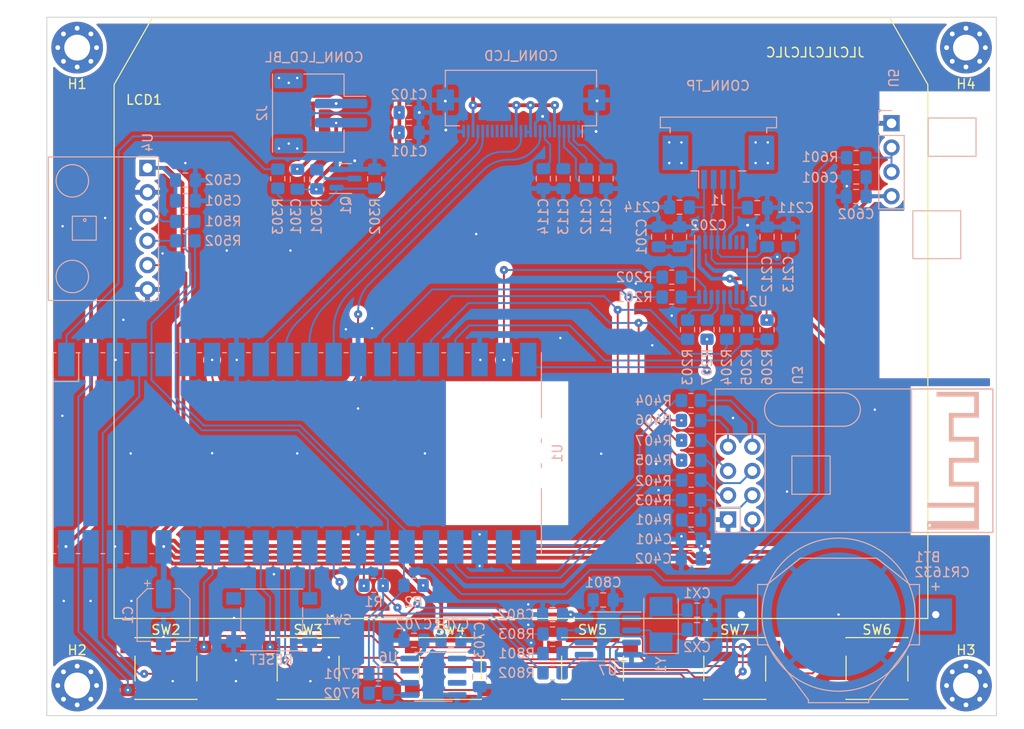
<source format=kicad_pcb>
(kicad_pcb (version 20211014) (generator pcbnew)
  (layers (0 "F.Cu" signal) (31 "B.Cu" signal) (34 "B.Paste" user) (35 "F.Paste" user) (36 "B.SilkS" user "B.Silkscreen") (37 "F.SilkS" user "F.Silkscreen") (38 "B.Mask" user) (39 "F.Mask" user) (44 "Edge.Cuts" user))
  (net 0 "")
  (net 1 "GND")
  (net 2 "LCD_VG")
  (net 3 "LCD_XV0")
  (net 4 "LCD_V0")
  (net 5 "LCD_VM")
  (net 6 "LCD_VD1")
  (net 7 "VDD")
  (net 14 "Net-(C301-Pad1)")
  (net 15 "Net-(R201-Pad1)")
  (net 16 "TOUCH_~{CS}")
  (net 17 "TOUCH_~{PENIRQ}")
  (net 18 "Net-(R202-Pad1)")
  (net 25 "LCD_~{CS}")
  (net 26 "LCD_~{RST}")
  (net 27 "LCD_D~{C}")
  (net 28 "LCD_SDI")
  (net 29 "LCD_SCK")
  (net 30 "LCD_BL_PWM")
  (net 31 "Net-(Q1-Pad3)")
  (net 32 "VBUS")
  (net 34 "Net-(Q1-Pad1)")
  (net 35 "Net-(C211-Pad1)")
  (net 36 "Net-(C212-Pad1)")
  (net 37 "Net-(C213-Pad1)")
  (net 38 "Net-(C214-Pad1)")
  (net 39 "Net-(R203-Pad1)")
  (net 40 "Net-(R204-Pad1)")
  (net 41 "Net-(R205-Pad1)")
  (net 42 "Net-(SW1-Pad1)")
  (net 43 "SPI_PERI_SCK")
  (net 44 "SPI_PERI_MOSI")
  (net 45 "SPI_PERI_MISO")
  (net 46 "Net-(R401-Pad2)")
  (net 47 "Net-(R402-Pad2)")
  (net 48 "Net-(R407-Pad1)")
  (net 49 "Net-(R405-Pad1)")
  (net 50 "Net-(R406-Pad1)")
  (net 51 "Net-(R404-Pad2)")
  (net 52 "NRF_CE")
  (net 53 "NRF_~{CSN}")
  (net 54 "NRF_IRQ")
  (net 55 "ZR_OUT")
  (net 56 "Net-(R601-Pad2)")
  (net 57 "TOUCH_BUSY")
  (net 61 "I2C_SDA")
  (net 62 "I2C_SCL")
  (net 63 "Net-(R207-Pad1)")
  (net 65 "Net-(R501-Pad1)")
  (net 66 "Net-(R502-Pad1)")
  (net 67 "Net-(C703-Pad1)")
  (net 68 "Net-(BT1-Pad1)")
  (net 69 "Net-(CX1-Pad1)")
  (net 70 "Net-(R701-Pad2)")
  (net 71 "Net-(R702-Pad2)")
  (net 72 "Net-(CX2-Pad1)")
  (net 73 "Net-(R801-Pad2)")
  (net 74 "RTC_MFP")
  (net 75 "Net-(R802-Pad2)")
  (net 76 "Net-(R803-Pad2)")
  (net 77 "KBD_SCAN0")
  (net 78 "KBD_DRV0")
  (net 79 "KBD_SCAN1")
  (net 80 "KBD_DRV1")
  (net 81 "KBD_DRV2")
  (footprint "Button_Switch_SMD:SW_Push_1P1T_NO_6x6mm_H9.5mm" (layer "F.Cu") (at 94.996 107.442)
    (fp_text reference "SW2")
    (fp_text value "SW_PICO_RST")
  )
  (footprint "PicoWeatherStation:ERC240160" (layer "F.Cu") (at 132.08 77.8152)
    (fp_text reference "LCD1")
    (fp_text value "ERC240160")
  )
  (footprint "Button_Switch_SMD:SW_Push_1P1T_NO_6x6mm_H9.5mm" (layer "F.Cu") (at 139.55776 107.442)
    (fp_text reference "SW5")
    (fp_text value "SW_PICO_RST")
  )
  (footprint "MountingHole:MountingHole_2.7mm_Pad_Via" (layer "F.Cu") (at 85.725 42.545)
    (fp_text reference "H1")
    (fp_text value "MountingHole")
  )
  (footprint "MountingHole:MountingHole_2.7mm_Pad_Via" (layer "F.Cu") (at 178.562 42.545)
    (fp_text reference "H4")
    (fp_text value "MountingHole")
  )
  (footprint "Button_Switch_SMD:SW_Push_1P1T_NO_6x6mm_H9.5mm" (layer "F.Cu") (at 154.41168 107.442)
    (fp_text reference "SW7")
    (fp_text value "SW_PICO_RST")
  )
  (footprint "Button_Switch_SMD:SW_Push_1P1T_NO_6x6mm_H9.5mm" (layer "F.Cu") (at 169.2656 107.442)
    (fp_text reference "SW6")
    (fp_text value "SW_PICO_RST")
  )
  (footprint "Button_Switch_SMD:SW_Push_1P1T_NO_6x6mm_H9.5mm" (layer "F.Cu") (at 124.70384 107.442)
    (fp_text reference "SW4")
    (fp_text value "SW_PICO_RST")
  )
  (footprint "Button_Switch_SMD:SW_Push_1P1T_NO_6x6mm_H9.5mm" (layer "F.Cu") (at 109.84992 107.442)
    (fp_text reference "SW3")
    (fp_text value "SW_PICO_RST")
  )
  (footprint "MountingHole:MountingHole_2.7mm_Pad_Via" (layer "F.Cu") (at 178.562 109.22)
    (fp_text reference "H3")
    (fp_text value "MountingHole")
  )
  (footprint "MountingHole:MountingHole_2.7mm_Pad_Via" (layer "F.Cu") (at 85.725 109.22)
    (fp_text reference "H2")
    (fp_text value "MountingHole")
  )
  (footprint "Resistor_SMD:R_0805_2012Metric_Pad1.20x1.40mm_HandSolder" (layer "B.Cu") (at 151.511 72.025 -90)
    (fp_text reference "R207")
    (fp_text value "270")
  )
  (footprint "Capacitor_SMD:C_0805_2012Metric_Pad1.18x1.45mm_HandSolder" (layer "B.Cu") (at 160.02 62.3222 90)
    (fp_text reference "C213")
    (fp_text value "100n")
  )
  (footprint "Capacitor_SMD:C_0805_2012Metric_Pad1.18x1.45mm_HandSolder" (layer "B.Cu") (at 136.4996 56.2356 -90)
    (fp_text reference "C113")
    (fp_text value "1u")
  )
  (footprint "Resistor_SMD:R_0805_2012Metric_Pad1.20x1.40mm_HandSolder" (layer "B.Cu") (at 135.382 103.8352)
    (fp_text reference "R803")
    (fp_text value "270")
  )
  (footprint "Resistor_SMD:R_0805_2012Metric_Pad1.20x1.40mm_HandSolder" (layer "B.Cu") (at 149.86 83.5914 180)
    (fp_text reference "R407")
    (fp_text value "270")
  )
  (footprint "Package_SO:SOIC-8_3.9x4.9mm_P1.27mm" (layer "B.Cu") (at 141.1478 104.0892 180)
    (fp_text reference "U7")
    (fp_text value "MCP7940N-xSN")
  )
  (footprint "Capacitor_SMD:CP_Elec_5x5.4" (layer "B.Cu") (at 94.742 101.854 -90)
    (fp_text reference "C1")
    (fp_text value "C_Polarized")
  )
  (footprint "Capacitor_SMD:C_0805_2012Metric_Pad1.18x1.45mm_HandSolder" (layer "B.Cu") (at 120.904 104.4956 180)
    (fp_text reference "C702")
    (fp_text value "100n")
  )
  (footprint "Resistor_SMD:R_0805_2012Metric_Pad1.20x1.40mm_HandSolder" (layer "B.Cu") (at 135.382 105.8672)
    (fp_text reference "R801")
    (fp_text value "270")
  )
  (footprint "Resistor_SMD:R_0805_2012Metric_Pad1.20x1.40mm_HandSolder" (layer "B.Cu") (at 149.844 79.4258)
    (fp_text reference "R404")
    (fp_text value "270")
  )
  (footprint "Resistor_SMD:R_0805_2012Metric_Pad1.20x1.40mm_HandSolder" (layer "B.Cu") (at 135.382 107.8992)
    (fp_text reference "R802")
    (fp_text value "270")
  )
  (footprint "Resistor_SMD:R_0805_2012Metric_Pad1.20x1.40mm_HandSolder" (layer "B.Cu") (at 155.6512 72.025 -90)
    (fp_text reference "R205")
    (fp_text value "270")
  )
  (footprint "Capacitor_SMD:C_0805_2012Metric_Pad1.18x1.45mm_HandSolder" (layer "B.Cu") (at 120.396 49.3268)
    (fp_text reference "C102")
    (fp_text value "1u")
  )
  (footprint "Resistor_SMD:R_0805_2012Metric_Pad1.20x1.40mm_HandSolder" (layer "B.Cu") (at 149.844 81.5086 180)
    (fp_text reference "R406")
    (fp_text value "270")
  )
  (footprint "Capacitor_SMD:C_0805_2012Metric_Pad1.18x1.45mm_HandSolder" (layer "B.Cu") (at 146.4564 62.3222 90)
    (fp_text reference "C201")
    (fp_text value "1u")
  )
  (footprint "Connector_FFC-FPC:TE_84953-4_1x04-1MP_P1.0mm_Horizontal" (layer "B.Cu") (at 152.7048 54.5202)
    (fp_text reference "J1")
    (fp_text value "TOUCH_PANEL")
  )
  (footprint "Resistor_SMD:R_0805_2012Metric_Pad1.20x1.40mm_HandSolder" (layer "B.Cu") (at 149.86 85.6742 180)
    (fp_text reference "R405")
    (fp_text value "270")
  )
  (footprint "Capacitor_SMD:C_0805_2012Metric_Pad1.18x1.45mm_HandSolder" (layer "B.Cu") (at 150.4735 103.378)
    (fp_text reference "CX2")
    (fp_text value "12pF")
  )
  (footprint "Capacitor_SMD:C_0805_2012Metric_Pad1.18x1.45mm_HandSolder" (layer "B.Cu") (at 108.7208 56.30135 90)
    (fp_text reference "C301")
    (fp_text value "1u")
  )
  (footprint "Capacitor_SMD:C_0805_2012Metric_Pad1.18x1.45mm_HandSolder" (layer "B.Cu") (at 156.7688 59.2742)
    (fp_text reference "C211")
    (fp_text value "100n")
  )
  (footprint "Package_SO:SOIC-8_3.9x4.9mm_P1.27mm" (layer "B.Cu") (at 122.936 108.3056 180)
    (fp_text reference "U6")
    (fp_text value "47L16")
  )
  (footprint "Resistor_SMD:R_0805_2012Metric_Pad1.20x1.40mm_HandSolder" (layer "B.Cu") (at 157.7848 72.025 -90)
    (fp_text reference "R206")
    (fp_text value "100k")
  )
  (footprint "Resistor_SMD:R_0805_2012Metric_Pad1.20x1.40mm_HandSolder" (layer "B.Cu") (at 149.479 72.025 -90)
    (fp_text reference "R203")
    (fp_text value "270")
  )
  (footprint "Resistor_SMD:R_0805_2012Metric_Pad1.20x1.40mm_HandSolder" (layer "B.Cu") (at 116.6876 98.7552)
    (fp_text reference "R1")
    (fp_text value "4k7")
  )
  (footprint "Resistor_SMD:R_0805_2012Metric_Pad1.20x1.40mm_HandSolder" (layer "B.Cu") (at 153.5684 72.025 -90)
    (fp_text reference "R204")
    (fp_text value "270")
  )
  (footprint "Resistor_SMD:R_0805_2012Metric_Pad1.20x1.40mm_HandSolder" (layer "B.Cu") (at 97.028 62.738)
    (fp_text reference "R502")
    (fp_text value "270")
  )
  (footprint "Resistor_SMD:R_0805_2012Metric_Pad1.20x1.40mm_HandSolder" (layer "B.Cu") (at 106.68 56.24995 -90)
    (fp_text reference "R303")
    (fp_text value "270")
  )
  (footprint "Resistor_SMD:R_0805_2012Metric_Pad1.20x1.40mm_HandSolder" (layer "B.Cu") (at 149.86 87.757)
    (fp_text reference "R402")
    (fp_text value "270")
  )
  (footprint "Resistor_SMD:R_0805_2012Metric_Pad1.20x1.40mm_HandSolder" (layer "B.Cu") (at 167.097 54.039)
    (fp_text reference "R601")
    (fp_text value "270")
  )
  (footprint "PicoWeatherStation:Backlight_Connector_SMD_P2.00mm" (layer "B.Cu") (at 110.49 49.39195 -90)
    (fp_text reference "J2")
    (fp_text value "LCD_BL")
  )
  (footprint "Resistor_SMD:R_0805_2012Metric_Pad1.20x1.40mm_HandSolder" (layer "B.Cu") (at 120.8532 98.7552 180)
    (fp_text reference "R2")
    (fp_text value "4k7")
  )
  (footprint "Package_TO_SOT_SMD:SOT-23" (layer "B.Cu") (at 113.75 56.2262)
    (fp_text reference "Q1")
    (fp_text value "AO3400A")
  )
  (footprint "Capacitor_SMD:C_0805_2012Metric_Pad1.18x1.45mm_HandSolder" (layer "B.Cu") (at 140.97 56.2356 90)
    (fp_text reference "C111")
    (fp_text value "1u")
  )
  (footprint "Capacitor_SMD:C_0805_2012Metric_Pad1.18x1.45mm_HandSolder" (layer "B.Cu") (at 124.7648 104.4956)
    (fp_text reference "C701")
    (fp_text value "1u")
  )
  (footprint "Crystal:Crystal_SMD_5032-2Pin_5.0x3.2mm" (layer "B.Cu") (at 146.7104 102.8192 90)
    (fp_text reference "Y1")
    (fp_text value "32.768 kHz, 7 pF, 20 ppm")
  )
  (footprint "PicoWeatherStation:GY-BME280" (layer "B.Cu") (at 88.519 61.468 -90)
    (fp_text reference "U4")
    (fp_text value "GY-BME280")
  )
  (footprint "PicoWeatherStation:nRF24L01+" (layer "B.Cu") (at 166.878 85.725 90)
    (fp_text reference "U3")
    (fp_text value "nRF24L01+")
  )
  (footprint "Capacitor_SMD:C_0805_2012Metric_Pad1.18x1.45mm_HandSolder" (layer "B.Cu") (at 135.382 101.8032 180)
    (fp_text reference "C802")
    (fp_text value "100n")
  )
  (footprint "Resistor_SMD:R_0805_2012Metric_Pad1.20x1.40mm_HandSolder" (layer "B.Cu") (at 117.1956 108.0008)
    (fp_text reference "R701")
    (fp_text value "270")
  )
  (footprint "Capacitor_SMD:C_0805_2012Metric_Pad1.18x1.45mm_HandSolder" (layer "B.Cu") (at 150.4735 101.346)
    (fp_text reference "CX1")
    (fp_text value "10pF")
  )
  (footprint "Capacitor_SMD:C_0805_2012Metric_Pad1.18x1.45mm_HandSolder" (layer "B.Cu") (at 138.8872 56.2356 -90)
    (fp_text reference "C112")
    (fp_text value "1u")
  )
  (footprint "Capacitor_SMD:C_0805_2012Metric_Pad1.18x1.45mm_HandSolder" (layer "B.Cu") (at 97.028 56.388)
    (fp_text reference "C502")
    (fp_text value "100n")
  )
  (footprint "Resistor_SMD:R_0805_2012Metric_Pad1.20x1.40mm_HandSolder" (layer "B.Cu") (at 147.828 66.5386 180)
    (fp_text reference "R202")
    (fp_text value "270")
  )
  (footprint "Resistor_SMD:R_0805_2012Metric_Pad1.20x1.40mm_HandSolder" (layer "B.Cu") (at 110.7528 56.30135 -90)
    (fp_text reference "R301")
    (fp_text value "22")
  )
  (footprint "Capacitor_SMD:C_0805_2012Metric_Pad1.18x1.45mm_HandSolder" (layer "B.Cu") (at 127.762 108.3056 -90)
    (fp_text reference "C703")
    (fp_text value "22u")
  )
  (footprint "Capacitor_SMD:C_0805_2012Metric_Pad1.18x1.45mm_HandSolder" (layer "B.Cu") (at 120.396 51.4096)
    (fp_text reference "C101")
    (fp_text value "10u")
  )
  (footprint "PicoWeatherStation:Battery_Holder_CR1632" (layer "B.Cu") (at 165.2024 101.7628 180)
    (fp_text reference "BT1")
    (fp_text value "CR1632")
  )
  (footprint "Resistor_SMD:R_0805_2012Metric_Pad1.20x1.40mm_HandSolder" (layer "B.Cu") (at 117.1956 110.0328)
    (fp_text reference "R702")
    (fp_text value "270")
  )
  (footprint "Capacitor_SMD:C_0805_2012Metric_Pad1.18x1.45mm_HandSolder" (layer "B.Cu") (at 148.6408 62.3222 90)
    (fp_text reference "C202")
    (fp_text value "100n")
  )
  (footprint "Package_SO:TSSOP-16_4.4x5mm_P0.65mm" (layer "B.Cu") (at 152.9588 65.7512 -90)
    (fp_text reference "U2")
    (fp_text value "XPT2046")
  )
  (footprint "Resistor_SMD:R_0805_2012Metric_Pad1.20x1.40mm_HandSolder" (layer "B.Cu") (at 116.798 56.25055 90)
    (fp_text reference "R302")
    (fp_text value "100k")
  )
  (footprint "Capacitor_SMD:C_0805_2012Metric_Pad1.18x1.45mm_HandSolder" (layer "B.Cu") (at 140.6652 100.2792)
    (fp_text reference "C801")
    (fp_text value "1u")
  )
  (footprint "Capacitor_SMD:C_0805_2012Metric_Pad1.18x1.45mm_HandSolder" (layer "B.Cu") (at 97.028 58.547)
    (fp_text reference "C501")
    (fp_text value "1u")
  )
  (footprint "Capacitor_SMD:C_0805_2012Metric_Pad1.18x1.45mm_HandSolder" (layer "B.Cu") (at 167.097 58.103 180)
    (fp_text reference "C602")
    (fp_text value "100n")
  )
  (footprint "Capacitor_SMD:C_0805_2012Metric_Pad1.18x1.45mm_HandSolder" (layer "B.Cu") (at 149.86 93.9292 180)
    (fp_text reference "C401")
    (fp_text value "1u")
  )
  (footprint "Capacitor_SMD:C_0805_2012Metric_Pad1.18x1.45mm_HandSolder" (layer "B.Cu") (at 149.86 95.9612 180)
    (fp_text reference "C402")
    (fp_text value "100n")
  )
  (footprint "Capacitor_SMD:C_0805_2012Metric_Pad1.18x1.45mm_HandSolder" (layer "B.Cu") (at 134.4168 56.2356 90)
    (fp_text reference "C114")
    (fp_text value "1u")
  )
  (footprint "Resistor_SMD:R_0805_2012Metric_Pad1.20x1.40mm_HandSolder" (layer "B.Cu") (at 149.86 89.8398)
    (fp_text reference "R403")
    (fp_text value "270")
  )
  (footprint "Resistor_SMD:R_0805_2012Metric_Pad1.20x1.40mm_HandSolder" (layer "B.Cu") (at 97.012 60.706)
    (fp_text reference "R501")
    (fp_text value "270")
  )
  (footprint "Capacitor_SMD:C_0805_2012Metric_Pad1.18x1.45mm_HandSolder" (layer "B.Cu") (at 167.097 56.071 180)
    (fp_text reference "C601")
    (fp_text value "1u")
  )
  (footprint "Resistor_SMD:R_0805_2012Metric_Pad1.20x1.40mm_HandSolder" (layer "B.Cu") (at 147.828 68.6214 180)
    (fp_text reference "R201")
    (fp_text value "270")
  )
  (footprint "Capacitor_SMD:C_0805_2012Metric_Pad1.18x1.45mm_HandSolder" (layer "B.Cu") (at 157.7848 62.3222 90)
    (fp_text reference "C212")
    (fp_text value "100n")
  )
  (footprint "PicoWeatherStation:ZR-3A" (layer "B.Cu") (at 175.514 62.103 90)
    (fp_text reference "U5")
    (fp_text value "ZR-3A")
  )
  (footprint "Capacitor_SMD:C_0805_2012Metric_Pad1.18x1.45mm_HandSolder" (layer "B.Cu") (at 148.6408 59.2234 180)
    (fp_text reference "C214")
    (fp_text value "100n")
  )
  (footprint "PicoWeatherStation:RPi_PicoW_SMD" (layer "B.Cu") (at 109.242 84.9376 -90)
    (fp_text reference "U1")
    (fp_text value "Pico")
  )
  (footprint "Resistor_SMD:R_0805_2012Metric_Pad1.20x1.40mm_HandSolder" (layer "B.Cu") (at 149.86 91.9226)
    (fp_text reference "R401")
    (fp_text value "100k")
  )
  (footprint "Button_Switch_SMD:SW_Push_1P1T_NO_6x6mm_H9.5mm" (layer "B.Cu") (at 106.045 102.362 180)
    (fp_text reference "SW1")
    (fp_text value "SW_PICO_RST")
  )
  (gr_rect (start 82.55 39.37) (end 181.737 112.37) (layer "Edge.Cuts") (width 0.1) (fill none))
  (gr_text "RESET" (at 106.0196 106.5276) (layer "B.SilkS") (effects (font (size 1 1)) (justify mirror)))
  (gr_text "CONN_LCD" (at 132.08 43.4106) (layer "B.SilkS") (effects (font (size 1 1)) (justify mirror)))
  (gr_text "CONN_TP" (at 152.654 46.5328) (layer "B.SilkS") (effects (font (size 1 1)) (justify mirror)))
  (gr_text "CONN_LCD_BL" (at 110.49 43.561) (layer "B.SilkS") (effects (font (size 1 1)) (justify mirror)))
  (gr_text "JLCJLCJLCJLC" (at 162.814 43.053) (layer "F.SilkS") (effects (font (size 1 1)) (justify mirror)))
  (via (at 132.842 100.7364) (size 0.85) (drill 0.25) (layers "F.Cu" "B.Cu") (net 1))
  (via (at 147.828 70.5612) (size 0.85) (drill 0.25) (layers "F.Cu" "B.Cu") (net 1))
  (via (at 148.844 54.61) (size 0.85) (drill 0.25) (layers "F.Cu" "B.Cu") (net 1))
  (via (at 134.3394 49.7352) (size 0.9) (drill 0.3) (layers "F.Cu" "B.Cu") (net 1))
  (via (at 140.029 48.1076) (size 0.9) (drill 0.3) (layers "F.Cu" "B.Cu") (net 1))
  (via (at 147.574 52.451) (size 0.85) (drill 0.25) (layers "F.Cu" "B.Cu") (net 1))
  (via (at 127.8382 75.184) (size 0.85) (drill 0.25) (layers "F.Cu" "B.Cu") (net 1))
  (via (at 124.2302 51.1576) (size 0.9) (drill 0.3) (layers "F.Cu" "B.Cu") (net 1))
  (via (at 148.844 93.6244) (size 0.85) (drill 0.25) (layers "F.Cu" "B.Cu") (net 1))
  (via (at 113.792 71.9836) (size 0.85) (drill 0.25) (layers "F.Cu" "B.Cu") (net 1))
  (via (at 119.888 103.4288) (size 0.85) (drill 0.25) (layers "F.Cu" "B.Cu") (net 1))
  (via (at 154.2288 81.2546) (size 0.85) (drill 0.25) (layers "F.Cu" "B.Cu") (net 1))
  (via (at 101.346 63.754) (size 0.85) (drill 0.25) (layers "F.Cu" "B.Cu") (net 1))
  (via (at 136.1948 72.898) (size 0.85) (drill 0.25) (layers "F.Cu" "B.Cu") (net 1))
  (via (at 87.122 100.3808) (size 0.85) (drill 0.25) (layers "F.Cu" "B.Cu") (net 1))
  (via (at 108.712 84.963) (size 0.85) (drill 0.25) (layers "F.Cu" "B.Cu") (net 1))
  (via (at 139.9274 51.31) (size 0.9) (drill 0.3) (layers "F.Cu" "B.Cu") (net 1))
  (via (at 156.591 54.61) (size 0.85) (drill 0.25) (layers "F.Cu" "B.Cu") (net 1))
  (via (at 108.712 53.086) (size 0.85) (drill 0.25) (layers "F.Cu" "B.Cu") (net 1))
  (via (at 102.3112 106.5784) (size 0.85) (drill 0.25) (layers "F.Cu" "B.Cu") (net 1))
  (via (at 157.861 52.451) (size 0.85) (drill 0.25) (layers "F.Cu" "B.Cu") (net 1))
  (via (at 155.7528 61.103) (size 0.9) (drill 0.3) (layers "F.Cu" "B.Cu") (net 1))
  (via (at 88.646 60.3504) (size 0.85) (drill 0.25) (layers "F.Cu" "B.Cu") (net 1))
  (via (at 147.574 54.61) (size 0.85) (drill 0.25) (layers "F.Cu" "B.Cu") (net 1))
  (via (at 94.6404 64.0588) (size 0.85) (drill 0.25) (layers "F.Cu" "B.Cu") (net 1))
  (via (at 115.062 80.264) (size 0.85) (drill 0.25) (layers "F.Cu" "B.Cu") (net 1))
  (via (at 125.7808 104.14) (size 0.85) (drill 0.25) (layers "F.Cu" "B.Cu") (net 1))
  (via (at 107.823 46.228) (size 0.85) (drill 0.25) (layers "F.Cu" "B.Cu") (net 1))
  (via (at 91.313 84.963) (size 0.85) (drill 0.25) (layers "F.Cu" "B.Cu") (net 1))
  (via (at 122.047 84.963) (size 0.85) (drill 0.25) (layers "F.Cu" "B.Cu") (net 1))
  (via (at 150.3172 61.1124) (size 0.85) (drill 0.25) (layers "F.Cu" "B.Cu") (net 1))
  (via (at 132.842 102.87) (size 0.85) (drill 0.25) (layers "F.Cu" "B.Cu") (net 1))
  (via (at 124.1794 48.133) (size 0.9) (drill 0.3) (layers "F.Cu" "B.Cu") (net 1))
  (via (at 144.0688 67.2084) (size 0.85) (drill 0.25) (layers "F.Cu" "B.Cu") (net 1))
  (via (at 166.116 57.023) (size 0.85) (drill 0.25) (layers "F.Cu" "B.Cu") (net 1))
  (via (at 99.822 84.9376) (size 0.85) (drill 0.25) (layers "F.Cu" "B.Cu") (net 1))
  (via (at 133.1468 104.7496) (size 0.85) (drill 0.25) (layers "F.Cu" "B.Cu") (net 1))
  (via (at 127.762 93.4212) (size 0.85) (drill 0.25) (layers "F.Cu" "B.Cu") (net 1))
  (via (at 106.807 45.72) (size 0.85) (drill 0.25) (layers "F.Cu" "B.Cu") (net 1))
  (via (at 108.712 45.72) (size 0.85) (drill 0.25) (layers "F.Cu" "B.Cu") (net 1))
  (via (at 127.4064 62.0268) (size 0.85) (drill 0.25) (layers "F.Cu" "B.Cu") (net 1))
  (via (at 95.7072 108.7628) (size 0.85) (drill 0.25) (layers "F.Cu" "B.Cu") (net 1))
  (via (at 148.844 52.451) (size 0.85) (drill 0.25) (layers "F.Cu" "B.Cu") (net 1))
  (via (at 102.3874 75.184) (size 0.85) (drill 0.25) (layers "F.Cu" "B.Cu") (net 1))
  (via (at 90.551 70.993) (size 0.85) (drill 0.25) (layers "F.Cu" "B.Cu") (net 1))
  (via (at 84.328 100.3808) (size 0.85) (drill 0.25) (layers "F.Cu" "B.Cu") (net 1))
  (via (at 116.5352 71.882) (size 0.85) (drill 0.25) (layers "F.Cu" "B.Cu") (net 1))
  (via (at 102.108 102.1588) (size 0.85) (drill 0.25) (layers "F.Cu" "B.Cu") (net 1))
  (via (at 145.796 73.66) (size 0.85) (drill 0.25) (layers "F.Cu" "B.Cu") (net 1))
  (via (at 84.1756 81.026) (size 0.85) (drill 0.25) (layers "F.Cu" "B.Cu") (net 1))
  (via (at 102.3112 108.7628) (size 0.85) (drill 0.25) (layers "F.Cu" "B.Cu") (net 1))
  (via (at 115.062 93.4212) (size 0.85) (drill 0.25) (layers "F.Cu" "B.Cu") (net 1))
  (via (at 108.0008 63.754) (size 0.85) (drill 0.25) (layers "F.Cu" "B.Cu") (net 1))
  (via (at 112.014 106.2736) (size 0.85) (drill 0.25) (layers "F.Cu" "B.Cu") (net 1))
  (via (at 106.2736 97.5868) (size 0.85) (drill 0.25) (layers "F.Cu" "B.Cu") (net 1))
  (via (at 89.6874 94.6912) (size 0.85) (drill 0.25) (layers "F.Cu" "B.Cu") (net 1))
  (via (at 91.313 61.468) (size 0.85) (drill 0.25) (layers "F.Cu" "B.Cu") (net 1))
  (via (at 159.8676 88.9508) (size 0.85) (drill 0.25) (layers "F.Cu" "B.Cu") (net 1))
  (via (at 91.3892 100.3808) (size 0.85) (drill 0.25) (layers "F.Cu" "B.Cu") (net 1))
  (via (at 165.2524 101.8032) (size 0.85) (drill 0.25) (layers "F.Cu" "B.Cu") (net 1))
  (via (at 158.8516 64.4144) (size 0.85) (drill 0.25) (layers "F.Cu" "B.Cu") (net 1))
  (via (at 121.4628 49.3268) (size 0.9) (drill 0.3) (layers "F.Cu" "B.Cu") (net 1))
  (via (at 114.7152 54.37095) (size 0.9) (drill 0.3) (layers "F.Cu" "B.Cu") (net 1))
  (via (at 146.4564 88.7984) (size 0.85) (drill 0.25) (layers "F.Cu" "B.Cu") (net 1))
  (via (at 107.823 52.578) (size 0.85) (drill 0.25) (layers "F.Cu" "B.Cu") (net 1))
  (via (at 84.201 61.214) (size 0.85) (drill 0.25) (layers "F.Cu" "B.Cu") (net 1))
  (via (at 169.037 80.391) (size 0.85) (drill 0.25) (layers "F.Cu" "B.Cu") (net 1))
  (via (at 106.807 53.086) (size 0.85) (drill 0.25) (layers "F.Cu" "B.Cu") (net 1))
  (via (at 110.0836 108.7628) (size 0.85) (drill 0.25) (layers "F.Cu" "B.Cu") (net 1))
  (via (at 127.762 96.7232) (size 0.85) (drill 0.25) (layers "F.Cu" "B.Cu") (net 1))
  (via (at 157.861 54.61) (size 0.85) (drill 0.25) (layers "F.Cu" "B.Cu") (net 1))
  (via (at 146.2024 86.0552) (size 0.85) (drill 0.25) (layers "F.Cu" "B.Cu") (net 1))
  (via (at 151.4895 102.362) (size 0.85) (drill 0.25) (layers "F.Cu" "B.Cu") (net 1))
  (via (at 140.462 84.9884) (size 0.85) (drill 0.25) (layers "F.Cu" "B.Cu") (net 1))
  (via (at 112.3188 101.9556) (size 0.85) (drill 0.25) (layers "F.Cu" "B.Cu") (net 1))
  (via (at 89.7382 75.184) (size 0.85) (drill 0.25) (layers "F.Cu" "B.Cu") (net 1))
  (via (at 94.742 104.14) (size 0.85) (drill 0.25) (layers "F.Cu" "B.Cu") (net 1))
  (via (at 156.591 52.451) (size 0.85) (drill 0.25) (layers "F.Cu" "B.Cu") (net 1))
  (via (at 97.028 54.61) (size 0.85) (drill 0.25) (layers "F.Cu" "B.Cu") (net 1))
  (segment (start 145.034 104.3432) (end 144.78 104.0892) (width 0.2) (layer "B.Cu") (net 1))
  (segment (start 142.6464 104.0892) (end 142.2908 103.7336) (width 0.2) (layer "B.Cu") (net 1))
  (segment (start 149.098 104.5972) (end 148.4884 105.2068) (width 0.2) (layer "B.Cu") (net 1))
  (segment (start 134.6442 49.7352) (end 134.3394 49.7352) (width 0.3) (layer "B.Cu") (net 1))
  (segment (start 141.7027 100.2792) (end 144.526 100.2792) (width 0.2) (layer "B.Cu") (net 1))
  (segment (start 134.2378 49.7352) (end 134.3394 49.7352) (width 0.3) (layer "B.Cu") (net 1))
  (segment (start 133.58 51.3516) (end 133.58 50.393) (width 0.3) (layer "B.Cu") (net 1))
  (segment (start 115.0964 76.0476) (end 115.0964 74.0066) (width 0.4) (layer "B.Cu") (net 1))
  (segment (start 126.08 51.3516) (end 124.593 51.3516) (width 0.3) (layer "B.Cu") (net 1))
  (segment (start 135.08 50.4758) (end 135.08 51.2776) (width 0.3) (layer "B.Cu") (net 1))
  (segment (start 150.114 100.1268) (end 150.4696 100.4824) (width 0.2) (layer "B.Cu") (net 1))
  (segment (start 148.1328 99.4664) (end 148.7932 100.1268) (width 0.2) (layer "B.Cu") (net 1))
  (segment (start 142.2908 101.854) (end 142.5956 101.5492) (width 0.2) (layer "B.Cu") (net 1))
  (segment (start 150.0632 104.5972) (end 149.098 104.5972) (width 0.2) (layer "B.Cu") (net 1))
  (segment (start 150.4696 104.1908) (end 150.0632 104.5972) (width 0.2) (layer "B.Cu") (net 1))
  (segment (start 142.2908 103.7336) (end 142.2908 101.854) (width 0.2) (layer "B.Cu") (net 1))
  (segment (start 133.58 50.393) (end 134.2378 49.7352) (width 0.3) (layer "B.Cu") (net 1))
  (segment (start 144.78 104.0892) (end 142.6464 104.0892) (width 0.2) (layer "B.Cu") (net 1))
  (segment (start 145.034 105.8672) (end 145.034 104.3432) (width 0.2) (layer "B.Cu") (net 1))
  (segment (start 150.4696 100.4824) (end 150.4696 104.1908) (width 0.2) (layer "B.Cu") (net 1))
  (segment (start 145.034 101.1428) (end 145.034 100.076) (width 0.2) (layer "B.Cu") (net 1))
  (segment (start 138.08 51.3516) (end 139.706 51.3516) (width 0.3) (layer "B.Cu") (net 1))
  (segment (start 148.4884 105.2068) (end 148.4884 105.8164) (width 0.2) (layer "B.Cu") (net 1))
  (segment (start 144.6276 101.5492) (end 145.034 101.1428) (width 0.2) (layer "B.Cu") (net 1))
  (segment (start 148.1328 106.172) (end 145.3388 106.172) (width 0.2) (layer "B.Cu") (net 1))
  (segment (start 134.3394 49.7352) (end 135.08 50.4758) (width 0.3) (layer "B.Cu") (net 1))
  (segment (start 144.526 100.2792) (end 145.3388 99.4664) (width 0.2) (layer "B.Cu") (net 1))
  (segment (start 153.9338 62.164804) (end 155.046404 61.0522) (width 0.4) (layer "B.Cu") (net 1))
  (segment (start 153.9338 62.8887) (end 153.9338 62.164804) (width 0.4) (layer "B.Cu") (net 1))
  (segment (start 142.5956 101.5492) (end 144.6276 101.5492) (width 0.2) (layer "B.Cu") (net 1))
  (segment (start 148.4884 105.8164) (end 148.1328 106.172) (width 0.2) (layer "B.Cu") (net 1))
  (segment (start 148.7932 100.1268) (end 150.114 100.1268) (width 0.2) (layer "B.Cu") (net 1))
  (segment (start 145.3388 99.4664) (end 148.1328 99.4664) (width 0.2) (layer "B.Cu") (net 1))
  (segment (start 155.046404 61.0522) (end 155.3718 61.0522) (width 0.4) (layer "B.Cu") (net 1))
  (segment (start 145.3388 106.172) (end 145.034 105.8672) (width 0.2) (layer "B.Cu") (net 1))
  (segment (start 138.684 52.7304) (end 138.0744 52.7304) (width 0.2) (layer "B.Cu") (net 2))
  (segment (start 137.58 52.236) (end 137.58 51.2652) (width 0.2) (layer "B.Cu") (net 2))
  (segment (start 138.0744 52.7304) (end 137.58 52.236) (width 0.2) (layer "B.Cu") (net 2))
  (segment (start 140.97 55.0164) (end 138.684 52.7304) (width 0.2) (layer "B.Cu") (net 2))
  (segment (start 140.97 55.1981) (end 140.97 55.0164) (width 0.2) (layer "B.Cu") (net 2))
  (segment (start 137.08 51.2652) (end 137.08 52.3456) (width 0.2) (layer "B.Cu") (net 3))
  (segment (start 138.8872 54.1528) (end 138.8872 55.1981) (width 0.2) (layer "B.Cu") (net 3))
  (segment (start 137.08 52.3456) (end 138.8872 54.1528) (width 0.2) (layer "B.Cu") (net 3))
  (segment (start 136.58 52.9124) (end 137.8204 54.1528) (width 0.2) (layer "B.Cu") (net 4))
  (segment (start 137.8204 56.2063) (end 138.8872 57.2731) (width 0.2) (layer "B.Cu") (net 4))
  (segment (start 137.8204 54.1528) (end 137.8204 56.2063) (width 0.2) (layer "B.Cu") (net 4))
  (segment (start 136.58 51.2652) (end 136.58 52.9124) (width 0.2) (layer "B.Cu") (net 4))
  (segment (start 136.08 54.7785) (end 136.4996 55.1981) (width 0.2) (layer "B.Cu") (net 5))
  (segment (start 136.08 51.2652) (end 136.08 54.7785) (width 0.2) (layer "B.Cu") (net 5))
  (segment (start 135.128 54.4869) (end 134.4168 55.1981) (width 0.2) (layer "B.Cu") (net 6))
  (segment (start 134.58 51.2652) (end 134.58 52.1316) (width 0.2) (layer "B.Cu") (net 6))
  (segment (start 134.58 52.1316) (end 135.128 52.6796) (width 0.2) (layer "B.Cu") (net 6))
  (segment (start 135.128 52.6796) (end 135.128 54.4869) (width 0.2) (layer "B.Cu") (net 6))
  (segment (start 119.38 51.4604) (end 119.38 56.8452) (width 0.4) (layer "F.Cu") (net 7))
  (segment (start 94.7674 94.6912) (end 95.6056 94.6912) (width 0.4) (layer "F.Cu") (net 7))
  (segment (start 120.7516 44.0436) (end 125.222 44.0436) (width 0.4) (layer "F.Cu") (net 7))
  (segment (start 125.222 44.0436) (end 127.075 45.8966) (width 0.4) (layer "F.Cu") (net 7))
  (segment (start 94.742 94.7166) (end 94.742 95.504) (width 0.4) (layer "F.Cu") (net 7))
  (segment (start 95.6056 94.6912) (end 96.1644 95.25) (width 0.4) (layer "F.Cu") (net 7))
  (segment (start 95.8596 94.0816) (end 95.377 94.0816) (width 0.4) (layer "F.Cu") (net 7))
  (segment (start 96.4184 94.6404) (end 95.8596 94.0816) (width 0.4) (layer "F.Cu") (net 7))
  (segment (start 115.1128 61.1124) (end 107.5944 61.1124) (width 0.4) (layer "F.Cu") (net 7))
  (segment (start 95.1001 55.1205) (end 96.7232 56.7436) (width 0.4) (layer "F.Cu") (net 7))
  (segment (start 121.8692 98.7552) (end 123.7488 100.6348) (width 0.4) (layer "F.Cu") (net 7))
  (segment (start 94.8411 65.2805) (end 94.8436 65.278) (width 0.2) (layer "F.Cu") (net 7))
  (segment (start 96.8248 71.882) (end 96.8248 91.7702) (width 0.4) (layer "F.Cu") (net 7))
  (segment (start 121.666 98.7552) (end 119.38 96.4692) (width 0.4) (layer "F.Cu") (net 7))
  (segment (start 119.38 56.8452) (end 115.1128 61.1124) (width 0.4) (layer "F.Cu") (net 7))
  (segment (start 153.924 66.675) (end 153.908 66.691) (width 0.4) (layer "F.Cu") (net 7))
  (segment (start 159.004 95.25) (end 164.846 89.408) (width 0.4) (layer "F.Cu") (net 7))
  (segment (start 155.1432 94.6404) (end 156.248 93.5356) (width 0.4) (layer "F.Cu") (net 7))
  (segment (start 94.7674 94.6912) (end 95.9358 95.8596) (width 0.4) (layer "F.Cu") (net 7))
  (segment (start 119.38 49.3268) (end 119.38 45.4152) (width 0.4) (layer "F.Cu") (net 7))
  (segment (start 96.7232 65.8368) (end 97.028 66.1416) (width 0.4) (layer "F.Cu") (net 7))
  (segment (start 150.9268 94.6404) (end 96.4184 94.6404) (width 0.4) (layer "F.Cu") (net 7))
  (segment (start 94.1324 94.0562) (end 94.7674 94.6912) (width 0.4) (layer "F.Cu") (net 7))
  (segment (start 96.8248 91.7702) (end 94.742 93.853) (width 0.4) (layer "F.Cu") (net 7))
  (segment (start 96.7232 56.7436) (end 96.7232 65.8368) (width 0.4) (layer "F.Cu") (net 7))
  (segment (start 149.5552 95.8596) (end 150.0124 96.3168) (width 0.4) (layer "F.Cu") (net 7))
  (segment (start 97.028 70.866) (end 96.2152 71.6788) (width 0.4) (layer "F.Cu") (net 7))
  (segment (start 113.1316 96.4692) (end 115.6716 96.4692) (width 0.4) (layer "F.Cu") (net 7))
  (segment (start 95.377 94.0816) (end 94.7674 94.6912) (width 0.4) (layer "F.Cu") (net 7))
  (segment (start 133.0694 48.5668) (end 135.6094 48.5668) (width 0.4) (layer "F.Cu") (net 7))
  (segment (start 93.0665 55.1205) (end 95.1001 55.1205) (width 0.4) (layer "F.Cu") (net 7))
  (segment (start 151.7904 95.7072) (end 152.2476 95.25) (width 0.4) (layer "F.Cu") (net 7))
  (segment (start 94.742 94.6658) (end 94.7674 94.6912) (width 0.4) (layer "F.Cu") (net 7))
  (segment (start 159.258 95.8596) (end 165.481 89.6366) (width 0.4) (layer "F.Cu") (net 7))
  (segment (start 94.742 95.504) (end 95.7072 96.4692) (width 0.4) (layer "F.Cu") (net 7))
  (segment (start 94.8436 65.278) (end 96.1644 65.278) (width 0.2) (layer "F.Cu") (net 7))
  (segment (start 95.9358 95.8596) (end 149.5552 95.8596) (width 0.4) (layer "F.Cu") (net 7))
  (segment (start 164.846 89.408) (end 164.846 73.787) (width 0.4) (layer "F.Cu") (net 7))
  (segment (start 115.6716 98.806) (end 115.6716 96.4692) (width 0.2) (layer "F.Cu") (net 7))
  (segment (start 151.9936 96.3168) (end 152.4508 95.8596) (width 0.4) (layer "F.Cu") (net 7))
  (segment (start 119.38 45.4152) (end 120.7516 44.0436) (width 0.4) (layer "F.Cu") (net 7))
  (segment (start 119.38 51.4604) (end 119.38 49.3268) (width 0.4) (layer "F.Cu") (net 7))
  (segment (start 107.5944 61.1124) (end 96.8248 71.882) (width 0.4) (layer "F.Cu") (net 7))
  (segment (start 164.846 73.787) (end 157.734 66.675) (width 0.4) (layer "F.Cu") (net 7))
  (segment (start 157.734 66.675) (end 153.924 66.675) (width 0.4) (layer "F.Cu") (net 7))
  (segment (start 137.2616 101.8032) (end 123.7488 101.8032) (width 0.4) (layer "F.Cu") (net 7))
  (segment (start 152.4508 95.8596) (end 159.258 95.8596) (width 0.4) (layer "F.Cu") (net 7))
  (segment (start 132.5106 48.5668) (end 133.0694 48.5668) (width 0.4) (layer "F.Cu") (net 7))
  (segment (start 97.028 66.1416) (end 97.028 70.866) (width 0.4) (layer "F.Cu") (net 7))
  (segment (start 165.481 61.341) (end 168.749 58.073) (width 0.4) (layer "F.Cu") (net 7))
  (segment (start 157.734 71.009) (end 157.734 66.675) (width 0.2) (layer "F.Cu") (net 7))
  (segment (start 94.742 93.853) (end 94.742 94.6658) (width 0.4) (layer "F.Cu") (net 7))
  (segment (start 93.064 55.118) (end 93.0665 55.1205) (width 0.4) (layer "F.Cu") (net 7))
  (segment (start 121.8692 98.7552) (end 121.666 98.7552) (width 0.4) (layer "F.Cu") (net 7))
  (segment (start 156.248 93.5356) (end 156.248 91.875) (width 0.4) (layer "F.Cu") (net 7))
  (segment (start 127.075 45.8966) (end 127.075 48.5668) (width 0.4) (layer "F.Cu") (net 7))
  (segment (start 150.2664 95.7072) (end 151.7904 95.7072) (width 0.4) (layer "F.Cu") (net 7))
  (segment (start 96.1644 65.278) (end 97.028 66.1416) (width 0.2) (layer "F.Cu") (net 7))
  (segment (start 96.2152 91.5416) (end 94.1324 93.6244) (width 0.4) (layer "F.Cu") (net 7))
  (segment (start 155.1432 94.6404) (end 150.9268 94.6404) (width 0.4) (layer "F.Cu") (net 7))
  (segment (start 119.38 96.4692) (end 115.6716 96.4692) (width 0.4) (layer "F.Cu") (net 7))
  (segment (start 94.1324 93.6244) (end 94.1324 94.0562) (width 0.4) (layer "F.Cu") (net 7))
  (segment (start 165.481 89.6366) (end 165.481 61.341) (width 0.4) (layer "F.Cu") (net 7))
  (segment (start 94.7674 94.6912) (end 94.742 94.7166) (width 0.4) (layer "F.Cu") (net 7))
  (segment (start 123.7488 103.632) (end 123.7488 101.8032) (width 0.4) (layer "F.Cu") (net 7))
  (segment (start 96.1644 95.25) (end 149.8092 95.25) (width 0.4) (layer "F.Cu") (net 7))
  (segment (start 131.5962 48.5668) (end 132.5106 48.5668) (width 0.4) (layer "F.Cu") (net 7))
  (segment (start 149.8092 95.25) (end 150.2664 95.7072) (width 0.4) (layer "F.Cu") (net 7))
  (segment (start 127.075 48.5668) (end 131.5962 48.5668) (width 0.4) (layer "F.Cu") (net 7))
  (segment (start 113.0968 96.504) (end 113.1316 96.4692) (width 0.2) (layer "F.Cu") (net 7))
  (segment (start 150.0124 96.3168) (end 151.9936 96.3168) (width 0.4) (layer "F.Cu") (net 7))
  (segment (start 96.2152 71.6788) (end 96.2152 91.5416) (width 0.4) (layer "F.Cu") (net 7))
  (segment (start 95.7072 96.4692) (end 113.1316 96.4692) (width 0.4) (layer "F.Cu") (net 7))
  (segment (start 152.2476 95.25) (end 159.004 95.25) (width 0.4) (layer "F.Cu") (net 7))
  (segment (start 168.749 58.073) (end 170.784 58.073) (width 0.4) (layer "F.Cu") (net 7))
  (segment (start 93.0665 65.2805) (end 94.8411 65.2805) (width 0.2) (layer "F.Cu") (net 7))
  (segment (start 123.7488 100.6348) (end 123.7488 101.8032) (width 0.4) (layer "F.Cu") (net 7))
  (via (at 121.8692 98.7552) (size 0.85) (drill 0.25) (layers "F.Cu" "B.Cu") (net 7))
  (via (at 135.6094 48.5668) (size 0.9) (drill 0.3) (layers "F.Cu" "B.Cu") (net 7))
  (via (at 153.908 66.691) (size 0.85) (drill 0.25) (layers "F.Cu" "B.Cu") (net 7))
  (via (at 157.734 71.009) (size 0.9) (drill 0.3) (layers "F.Cu" "B.Cu") (net 7))
  (via (at 137.2616 101.8032) (size 0.85) (drill 0.25) (layers "F.Cu" "B.Cu") (net 7))
  (via (at 150.9268 94.6404) (size 0.85) (drill 0.25) (layers "F.Cu" "B.Cu") (net 7))
  (via (at 133.0694 48.5668) (size 0.9) (drill 0.3) (layers "F.Cu" "B.Cu") (net 7))
  (via (at 123.7488 103.632) (size 0.85) (drill 0.25) (layers "F.Cu" "B.Cu") (net 7))
  (via (at 119.38 51.4604) (size 0.85) (drill 0.25) (layers "F.Cu" "B.Cu") (net 7))
  (via (at 115.6716 98.806) (size 0.85) (drill 0.25) (layers "F.Cu" "B.Cu") (net 7))
  (via (at 131.5962 48.5668) (size 0.9) (drill 0.3) (layers "F.Cu" "B.Cu") (net 7))
  (via (at 119.38 49.3268) (size 0.85) (drill 0.25) (layers "F.Cu" "B.Cu") (net 7))
  (via (at 127.075 48.5668) (size 0.9) (drill 0.3) (layers "F.Cu" "B.Cu") (net 7))
  (via (at 94.7674 94.6912) (size 0.9) (drill 0.3) (layers "F.Cu" "B.Cu") (net 7))
  (segment (start 121.0818 106.4006) (end 121.9708 105.5116) (width 0.4) (layer "B.Cu") (net 7))
  (segment (start 123.7488 104.4741) (end 123.7273 104.4956) (width 0.4) (layer "B.Cu") (net 7))
  (segment (start 120.461 106.4006) (end 121.0818 106.4006) (width 0.4) (layer "B.Cu") (net 7))
  (segment (start 133.08 48.5774) (end 133.0694 48.5668) (width 0.3) (layer "B.Cu") (net 7))
  (segment (start 123.7488 103.632) (end 123.7488 104.4741) (width 0.4) (layer "B.Cu") (net 7))
  (segment (start 93.0665 55.1205) (end 94.723 55.1205) (width 0.4) (layer "B.Cu") (net 7))
  (segment (start 94.7674 94.6912) (end 94.7674 98.7044) (width 0.6) (layer "B.Cu") (net 7))
  (segment (start 150.8975 94.9159) (end 150.8975 95.9612) (width 0.4) (layer "B.Cu") (net 7))
  (segment (start 136.4195 101.8032) (end 137.2616 101.8032) (width 0.4) (layer "B.Cu") (net 7))
  (segment (start 168.1645 58.073) (end 168.1345 58.103) (width 0.4) (layer "B.Cu") (net 7))
  (segment (start 150.8975 94.9159) (end 150.8975 93.9292) (width 0.4) (layer "B.Cu") (net 7))
  (segment (start 148.7678 63.3597) (end 146.4818 63.3597) (width 0.4) (layer "B.Cu") (net 7))
  (segment (start 168.1345 56.071) (end 168.1345 58.103) (width 0.4) (layer "B.Cu") (net 7))
  (segment (start 121.9708 105.3084) (end 121.9708 104.5249) (width 0.4) (layer "B.Cu") (net 7))
  (segment (start 127.08 48.5718) (end 127.075 48.5668) (width 0.3) (layer "B.Cu") (net 7))
  (segment (start 150.8975 93.9292) (end 150.8666 93.9292) (width 0.2) (layer "B.Cu") (net 7))
  (segment (start 150.6838 62.8887) (end 149.2388 62.8887) (width 0.4) (layer "B.Cu") (net 7))
  (segment (start 138.2918 101.8032) (end 138.6728 102.1842) (width 0.4) (layer "B.Cu") (net 7))
  (segment (start 150.6838 65.432) (end 150.6838 62.8887) (width 0.4) (layer "B.Cu") (net 7))
  (segment (start 153.908 66.691) (end 151.9428 66.691) (width 0.4) (layer "B.Cu") (net 7))
  (segment (start 150.8666 93.9292) (end 148.86 91.9226) (width 0.2) (layer "B.Cu") (net 7))
  (segment (start 121.9708 105.5116) (end 121.9708 105.3084) (width 0.4) (layer "B.Cu") (net 7))
  (segment (start 127.08 51.3516) (end 127.08 48.5718) (width 0.3) (layer "B.Cu") (net 7))
  (segment (start 131.58 51.3516) (end 131.58 48.583) (width 0.3) (layer "B.Cu") (net 7))
  (segment (start 151.9428 66.691) (end 150.6838 65.432) (width 0.4) (layer "B.Cu") (net 7))
  (segment (start 154.5838 68.6137) (end 154.5838 67.1476) (width 0.4) (layer "B.Cu") (net 7))
  (segment (start 137.2616 101.8032) (end 138.2918 101.8032) (width 0.4) (layer "B.Cu") (net 7))
  (segment (start 123.7273 104.4956) (end 121.9415 104.4956) (width 0.4) (layer "B.Cu") (net 7))
  (segment (start 139.6277 100.2792) (end 139.6277 101.2293) (width 0.4) (layer "B.Cu") (net 7))
  (segment (start 154.1272 66.691) (end 153.908 66.691) (width 0.4) (layer "B.Cu") (net 7))
  (segment (start 135.58 51.2776) (end 135.58 48.5962) (width 0.3) (layer "B.Cu") (net 7))
  (segment (start 133.08 51.3516) (end 133.08 48.5774) (width 0.3) (layer "B.Cu") (net 7))
  (segment (start 170.784 58.073) (end 168.1645 58.073) (width 0.4) (layer "B.Cu") (net 7))
  (segment (start 131.58 48.583) (end 131.5962 48.5668) (width 0.3) (layer "B.Cu") (net 7))
  (segment (start 139.6277 101.2293) (end 138.6728 102.1842) (width 0.4) (layer "B.Cu") (net 7))
  (segment (start 95.9905 56.388) (end 95.9905 58.547) (width 0.4) (layer "B.Cu") (net 7))
  (segment (start 119.3585 49.405) (end 119.3311 49.3776) (width 0.4) (layer "B.Cu") (net 7))
  (segment (start 94.723 55.1205) (end 95.9905 56.388) (width 0.4) (layer "B.Cu") (net 7))
  (segment (start 135.58 48.5962) (end 135.6094 48.5668) (width 0.3) (layer "B.Cu") (net 7))
  (segment (start 96.012 56.3665) (end 95.9905 56.388) (width 0.4) (layer "B.Cu") (net 7))
  (segment (start 154.5838 67.1476) (end 154.1272 66.691) (width 0.4) (layer "B.Cu") (net 7))
  (segment (start 132.58 51.3516) (end 133.08 51.3516) (width 0.3) (layer "B.Cu") (net 7))
  (segment (start 149.2388 62.8887) (end 148.7678 63.3597) (width 0.4) (layer "B.Cu") (net 7))
  (segment (start 121.9708 104.5249) (end 121.9415 104.4956) (width 0.4) (layer "B.Cu") (net 7))
  (segment (start 112.776 54.483) (end 112.776 50.419) (width 0.4) (layer "F.Cu") (net 14))
  (segment (start 112.141 55.118) (end 112.776 54.483) (width 0.4) (layer "F.Cu") (net 14))
  (segment (start 110.7023 56.5567) (end 112.141 55.118) (width 0.4) (layer "F.Cu") (net 14))
  (segment (start 110.7023 57.3623) (end 110.7023 56.5567) (width 0.4) (layer "F.Cu") (net 14))
  (via (at 112.776 50.419) (size 0.85) (drill 0.25) (layers "F.Cu" "B.Cu") (net 14))
  (via (at 110.7023 57.3623) (size 0.85) (drill 0.25) (layers "F.Cu" "B.Cu") (net 14))
  (segment (start 110.6993 57.3653) (end 110.7023 57.3623) (width 0.2) (layer "B.Cu") (net 14))
  (segment (start 110.7023 57.3623) (end 110.7528 57.3118) (width 0.2) (layer "B.Cu") (net 14))
  (segment (start 109.06535 57.3653) (end 110.6993 57.3653) (width 0.2) (layer "B.Cu") (net 14))
  (segment (start 108.7208 57.3653) (end 109.06535 57.3653) (width 0.2) (layer "B.Cu") (net 14))
  (segment (start 148.7849 68.6137) (end 148.7772 68.6214) (width 0.2) (layer "B.Cu") (net 15))
  (segment (start 150.6838 68.6137) (end 148.7849 68.6137) (width 0.2) (layer "B.Cu") (net 15))
  (segment (start 130.302 65.786) (end 130.302 75.184) (width 0.2) (layer "F.Cu") (net 16))
  (via (at 130.302 65.786) (size 0.85) (drill 0.25) (layers "F.Cu" "B.Cu") (net 16))
  (via (at 130.302 75.184) (size 0.85) (drill 0.25) (layers "F.Cu" "B.Cu") (net 16))
  (segment (start 145.288 66.548) (end 146.8186 66.548) (width 0.2) (layer "B.Cu") (net 16))
  (segment (start 130.302 65.786) (end 144.526 65.786) (width 0.2) (layer "B.Cu") (net 16))
  (segment (start 146.8186 66.548) (end 146.828 66.5386) (width 0.2) (layer "B.Cu") (net 16))
  (segment (start 144.526 65.786) (end 145.288 66.548) (width 0.2) (layer "B.Cu") (net 16))
  (segment (start 125.222 73.025) (end 125.222 76.0132) (width 0.2) (layer "B.Cu") (net 17))
  (segment (start 153.4272 75.249) (end 140.8318 75.249) (width 0.2) (layer "B.Cu") (net 17))
  (segment (start 155.6512 73.025) (end 157.734 73.025) (width 0.2) (layer "B.Cu") (net 17))
  (segment (start 125.222 76.0132) (end 125.2564 76.0476) (width 0.2) (layer "B.Cu") (net 17))
  (segment (start 126.6698 71.5772) (end 125.222 73.025) (width 0.2) (layer "B.Cu") (net 17))
  (segment (start 137.16 71.5772) (end 126.6698 71.5772) (width 0.2) (layer "B.Cu") (net 17))
  (segment (start 140.8318 75.249) (end 137.16 71.5772) (width 0.2) (layer "B.Cu") (net 17))
  (segment (start 155.6512 73.025) (end 153.4272 75.249) (width 0.2) (layer "B.Cu") (net 17))
  (segment (start 151.3338 67.606) (end 151.3338 68.6137) (width 0.2) (layer "B.Cu") (net 18))
  (segment (start 148.828 66.5386) (end 150.2664 66.5386) (width 0.2) (layer "B.Cu") (net 18))
  (segment (start 150.2664 66.5386) (end 151.3338 67.606) (width 0.2) (layer "B.Cu") (net 18))
  (segment (start 115.062 75.884369) (end 115.062 70.423055) (width 0.2) (layer "F.Cu") (net 25))
  (segment (start 115.062 70.423055) (end 115.076255 70.4088) (width 0.2) (layer "F.Cu") (net 25))
  (segment (start 101.55642 78.486) (end 112.460369 78.486) (width 0.2) (layer "F.Cu") (net 25))
  (segment (start 99.822 75.184) (end 99.822 76.751579) (width 0.2) (layer "F.Cu") (net 25))
  (via (at 99.822 75.184) (size 0.85) (drill 0.25) (layers "F.Cu" "B.Cu") (net 25))
  (via (at 115.076255 70.4088) (size 0.85) (drill 0.25) (layers "F.Cu" "B.Cu") (net 25))
  (arc (start 100.33 77.978) (mid 100.892686 78.353975) (end 101.55642 78.486) (width 0.2) (layer "F.Cu") (net 25))
  (arc (start 99.822 76.751579) (mid 99.954024 77.415313) (end 100.33 77.978) (width 0.2) (layer "F.Cu") (net 25))
  (arc (start 112.460369 78.486) (mid 113.45597 78.287962) (end 114.3 77.724) (width 0.2) (layer "F.Cu") (net 25))
  (arc (start 114.3 77.724) (mid 114.863962 76.87997) (end 115.062 75.884369) (width 0.2) (layer "F.Cu") (net 25))
  (segment (start 128.121648 55.367951) (end 116.24864 67.240959) (width 0.2) (layer "B.Cu") (net 25))
  (segment (start 133.232399 53.406799) (end 133.622501 53.016698) (width 0.2) (layer "B.Cu") (net 25))
  (segment (start 134.08 51.9122) (end 134.08 51.2652) (width 0.2) (layer "B.Cu") (net 25))
  (segment (start 131.186112 54.2544) (end 130.81 54.2544) (width 0.2) (layer "B.Cu") (net 25))
  (arc (start 130.81 54.2544) (mid 129.355074 54.543802) (end 128.121648 55.367951) (width 0.2) (layer "B.Cu") (net 25))
  (arc (start 133.232399 53.406799) (mid 132.293554 54.034115) (end 131.186112 54.2544) (width 0.2) (layer "B.Cu") (net 25))
  (arc (start 134.08 51.9122) (mid 133.961099 52.50995) (end 133.622501 53.016698) (width 0.2) (layer "B.Cu") (net 25))
  (arc (start 116.24864 67.240959) (mid 115.380947 68.539553) (end 115.076255 70.071349) (width 0.2) (layer "B.Cu") (net 25))
  (segment (start 112.522 72.053163) (end 112.522 76.0436) (width 0.2) (layer "B.Cu") (net 26))
  (segment (start 132.08 52.140784) (end 132.08 51.2652) (width 0.2) (layer "B.Cu") (net 26))
  (segment (start 130.0988 53.4416) (end 130.779184 53.4416) (width 0.2) (layer "B.Cu") (net 26))
  (segment (start 128.017495 54.303704) (end 114.115792 68.205407) (width 0.2) (layer "B.Cu") (net 26))
  (arc (start 132.08 52.140784) (mid 131.980981 52.638584) (end 131.699 53.0606) (width 0.2) (layer "B.Cu") (net 26))
  (arc (start 131.699 53.0606) (mid 131.276984 53.342581) (end 130.779184 53.4416) (width 0.2) (layer "B.Cu") (net 26))
  (arc (start 114.115792 68.205407) (mid 112.936213 69.970772) (end 112.522 72.053163) (width 0.2) (layer "B.Cu") (net 26))
  (arc (start 130.0988 53.4416) (mid 128.972405 53.665653) (end 128.017495 54.303704) (width 0.2) (layer "B.Cu") (net 26))
  (segment (start 109.982 73.424763) (end 109.982 76.0436) (width 0.2) (layer "B.Cu") (net 27))
  (segment (start 111.575792 69.577007) (end 127.440916 53.711883) (width 0.2) (layer "B.Cu") (net 27))
  (segment (start 128.08 52.169) (end 128.08 51.2652) (width 0.2) (layer "B.Cu") (net 27))
  (arc (start 111.575792 69.577007) (mid 110.396213 71.342372) (end 109.982 73.424763) (width 0.2) (layer "B.Cu") (net 27))
  (arc (start 128.08 52.169) (mid 127.913907 53.004002) (end 127.440916 53.711883) (width 0.2) (layer "B.Cu") (net 27))
  (segment (start 127.177231 52.807168) (end 108.679861 71.304538) (width 0.2) (layer "B.Cu") (net 28))
  (segment (start 127.58 51.8348) (end 127.58 51.2652) (width 0.2) (layer "B.Cu") (net 28))
  (segment (start 107.442 74.293) (end 107.442 76.0436) (width 0.2) (layer "B.Cu") (net 28))
  (arc (start 108.679861 71.304538) (mid 107.763709 72.675656) (end 107.442 74.293) (width 0.2) (layer "B.Cu") (net 28))
  (arc (start 127.58 51.8348) (mid 127.475323 52.361041) (end 127.177231 52.807168) (width 0.2) (layer "B.Cu") (net 28))
  (segment (start 104.902 74.9788) (end 104.902 76.0436) (width 0.2) (layer "B.Cu") (net 29))
  (segment (start 126.58 51.7506) (end 126.58 51.2652) (width 0.2) (layer "B.Cu") (net 29))
  (segment (start 126.23677 52.579229) (end 105.654927 73.161072) (width 0.2) (layer "B.Cu") (net 29))
  (arc (start 126.58 51.7506) (mid 126.490797 52.19905) (end 126.23677 52.579229) (width 0.2) (layer "B.Cu") (net 29))
  (arc (start 105.654927 73.161072) (mid 105.097679 73.995052) (end 104.902 74.9788) (width 0.2) (layer "B.Cu") (net 29))
  (segment (start 106.68 55.24995) (end 105.28795 55.24995) (width 0.2) (layer "B.Cu") (net 30))
  (segment (start 90.043 53.34) (end 90.043 67.183) (width 0.2) (layer "B.Cu") (net 30))
  (segment (start 84.6164 72.6096) (end 84.6164 76.0476) (width 0.2) (layer "B.Cu") (net 30))
  (segment (start 101.854 51.816) (end 91.567 51.816) (width 0.2) (layer "B.Cu") (net 30))
  (segment (start 91.567 51.816) (end 90.043 53.34) (width 0.2) (layer "B.Cu") (net 30))
  (segment (start 105.28795 55.24995) (end 101.854 51.816) (width 0.2) (layer "B.Cu") (net 30))
  (segment (start 90.043 67.183) (end 84.6164 72.6096) (width 0.2) (layer "B.Cu") (net 30))
  (segment (start 111.6672 56.2262) (end 110.7528 55.3118) (width 0.3) (layer "B.Cu") (net 31))
  (segment (start 114.6875 56.2262) (end 111.6672 56.2262) (width 0.3) (layer "B.Cu") (net 31))
  (segment (start 110.363 48.387) (end 92.456 48.387) (width 0.4) (layer "F.Cu") (net 32))
  (segment (start 108.97705 55.23395) (end 110.363 53.848) (width 0.4) (layer "F.Cu") (net 32))
  (segment (start 110.363 53.848) (end 110.363 48.387) (width 0.4) (layer "F.Cu") (net 32))
  (segment (start 110.363 48.387) (end 112.776 48.387) (width 0.4) (layer "F.Cu") (net 32))
  (segment (start 87.1728 92.075) (end 84.5566 94.6912) (width 0.4) (layer "F.Cu") (net 32))
  (segment (start 92.456 48.387) (end 87.1728 53.6702) (width 0.4) (layer "F.Cu") (net 32))
  (segment (start 108.712 55.23395) (end 108.97705 55.23395) (width 0.4) (layer "F.Cu") (net 32))
  (segment (start 87.1728 53.6702) (end 87.1728 92.075) (width 0.4) (layer "F.Cu") (net 32))
  (via (at 108.712 55.23395) (size 0.85) (drill 0.25) (layers "F.Cu" "B.Cu") (net 32))
  (via (at 112.776 48.387) (size 0.9) (drill 0.3) (layers "F.Cu" "B.Cu") (net 32))
  (via (at 84.5566 94.6912) (size 0.9) (drill 0.3) (layers "F.Cu" "B.Cu") (net 32))
  (segment (start 106.68 57.90095) (end 106.68 57.24995) (width 0.2) (layer "B.Cu") (net 34))
  (segment (start 112.9133 57.277) (end 116.798 57.277) (width 0.2) (layer "B.Cu") (net 34))
  (segment (start 112.8125 57.5707) (end 111.84725 58.53595) (width 0.2) (layer "B.Cu") (net 34))
  (segment (start 112.8125 57.1762) (end 112.8125 57.5707) (width 0.2) (layer "B.Cu") (net 34))
  (segment (start 107.315 58.53595) (end 106.68 57.90095) (width 0.2) (layer "B.Cu") (net 34))
  (segment (start 111.84725 58.53595) (end 107.315 58.53595) (width 0.2) (layer "B.Cu") (net 34))
  (segment (start 112.8125 57.1762) (end 112.9133 57.277) (width 0.2) (layer "B.Cu") (net 34))
  (segment (start 153.2838 61.8702) (end 154.2048 60.9492) (width 0.2) (layer "B.Cu") (net 35))
  (segment (start 154.2048 60.9492) (end 154.2048 59.2502) (width 0.2) (layer "B.Cu") (net 35))
  (segment (start 154.2288 59.2742) (end 154.2048 59.2502) (width 0.2) (layer "B.Cu") (net 35))
  (segment (start 155.7313 59.2742) (end 154.2288 59.2742) (width 0.2) (layer "B.Cu") (net 35))
  (segment (start 153.2838 62.8887) (end 153.2838 61.8702) (width 0.2) (layer "B.Cu") (net 35))
  (segment (start 154.2048 59.2502) (end 154.2048 56.3202) (width 0.2) (layer "B.Cu") (net 35))
  (segment (start 157.7848 63.3597) (end 156.7301 64.4144) (width 0.2) (layer "B.Cu") (net 36))
  (segment (start 153.2048 60.3584) (end 153.2048 56.3202) (width 0.2) (layer "B.Cu") (net 36))
  (segment (start 152.6338 62.8887) (end 152.6338 60.9294) (width 0.2) (layer "B.Cu") (net 36))
  (segment (start 156.7301 64.4144) (end 153.019 64.4144) (width 0.2) (layer "B.Cu") (net 36))
  (segment (start 152.6338 64.0292) (end 152.6338 62.8887) (width 0.2) (layer "B.Cu") (net 36))
  (segment (start 153.019 64.4144) (end 152.6338 64.0292) (width 0.2) (layer "B.Cu") (net 36))
  (segment (start 152.6338 60.9294) (end 153.2048 60.3584) (width 0.2) (layer "B.Cu") (net 36))
  (segment (start 160.02 64.3034) (end 159.1978 65.1256) (width 0.2) (layer "B.Cu") (net 37))
  (segment (start 152.4602 65.1256) (end 151.9838 64.6492) (width 0.2) (layer "B.Cu") (net 37))
  (segment (start 160.02 63.3597) (end 160.02 64.3034) (width 0.2) (layer "B.Cu") (net 37))
  (segment (start 151.9838 64.6492) (end 151.9838 62.8887) (width 0.2) (layer "B.Cu") (net 37))
  (segment (start 152.2048 59.7328) (end 152.2048 56.3202) (width 0.2) (layer "B.Cu") (net 37))
  (segment (start 151.9838 62.8887) (end 151.9838 59.9538) (width 0.2) (layer "B.Cu") (net 37))
  (segment (start 159.1978 65.1256) (end 152.4602 65.1256) (width 0.2) (layer "B.Cu") (net 37))
  (segment (start 151.9838 59.9538) (end 152.2048 59.7328) (width 0.2) (layer "B.Cu") (net 37))
  (segment (start 151.2048 61.7968) (end 151.2048 59.301) (width 0.2) (layer "B.Cu") (net 38))
  (segment (start 149.6783 59.2234) (end 151.1272 59.2234) (width 0.2) (layer "B.Cu") (net 38))
  (segment (start 151.1272 59.2234) (end 151.2048 59.301) (width 0.2) (layer "B.Cu") (net 38))
  (segment (start 151.3338 61.9258) (end 151.2048 61.7968) (width 0.2) (layer "B.Cu") (net 38))
  (segment (start 151.2048 59.301) (end 151.2048 56.3202) (width 0.2) (layer "B.Cu") (net 38))
  (segment (start 151.3338 62.8887) (end 151.3338 61.9258) (width 0.2) (layer "B.Cu") (net 38))
  (segment (start 151.9838 69.6312) (end 151.638 69.977) (width 0.2) (layer "B.Cu") (net 39))
  (segment (start 149.479 70.485) (end 149.479 71.025) (width 0.2) (layer "B.Cu") (net 39))
  (segment (start 151.9838 68.6137) (end 151.9838 69.6312) (width 0.2) (layer "B.Cu") (net 39))
  (segment (start 151.638 69.977) (end 149.987 69.977) (width 0.2) (layer "B.Cu") (net 39))
  (segment (start 149.987 69.977) (end 149.479 70.485) (width 0.2) (layer "B.Cu") (net 39))
  (segment (start 153.2838 70.7404) (end 153.5684 71.025) (width 0.2) (layer "B.Cu") (net 40))
  (segment (start 153.2838 68.6137) (end 153.2838 70.7404) (width 0.2) (layer "B.Cu") (net 40))
  (segment (start 154.2796 69.8914) (end 154.7876 69.8914) (width 0.2) (layer "B.Cu") (net 41))
  (segment (start 153.9338 68.6137) (end 153.9338 69.5456) (width 0.2) (layer "B.Cu") (net 41))
  (segment (start 153.9338 69.5456) (end 154.2796 69.8914) (width 0.2) (layer "B.Cu") (net 41))
  (segment (start 154.7876 69.8914) (end 155.6512 70.755) (width 0.2) (layer "B.Cu") (net 41))
  (segment (start 155.6512 70.755) (end 155.6512 71.025) (width 0.2) (layer "B.Cu") (net 41))
  (segment (start 110.109 95.123) (end 110.02 95.212) (width 0.2) (layer "B.Cu") (net 42))
  (segment (start 110.02 95.212) (end 110.02 100.112) (width 0.2) (layer "B.Cu") (net 42))
  (segment (start 148.3106 83.5914) (end 148.86 83.5914) (width 0.2) (layer "F.Cu") (net 43))
  (segment (start 143.3068 78.5876) (end 148.3106 83.5914) (width 0.2) (layer "F.Cu") (net 43))
  (segment (start 143.3068 68.6308) (end 143.3068 78.5876) (width 0.2) (layer "F.Cu") (net 43))
  (via (at 143.3068 68.6308) (size 0.85) (drill 0.25) (layers "F.Cu" "B.Cu") (net 43))
  (via (at 148.86 83.5914) (size 0.85) (drill 0.25) (layers "F.Cu" "B.Cu") (net 43))
  (segment (start 122.809 67.818) (end 117.6364 72.9906) (width 0.2) (layer "B.Cu") (net 43))
  (segment (start 142.494 67.818) (end 122.809 67.818) (width 0.2) (layer "B.Cu") (net 43))
  (segment (start 117.6364 72.9906) (end 117.6364 76.0476) (width 0.2) (layer "B.Cu") (net 43))
  (segment (start 143.2974 68.6214) (end 142.494 67.818) (width 0.2) (layer "B.Cu") (net 43))
  (segment (start 146.828 68.6214) (end 143.2974 68.6214) (width 0.2) (layer "B.Cu") (net 43))
  (segment (start 142.1892 69.9516) (end 142.1892 79.0034) (width 0.2) (layer "F.Cu") (net 44))
  (segment (start 142.1892 79.0034) (end 148.86 85.6742) (width 0.2) (layer "F.Cu") (net 44))
  (via (at 148.86 85.6742) (size 0.85) (drill 0.25) (layers "F.Cu" "B.Cu") (net 44))
  (via (at 142.1892 69.9516) (size 0.85) (drill 0.25) (layers "F.Cu" "B.Cu") (net 44))
  (segment (start 148.6662 73.025) (end 149.479 73.025) (width 0.2) (layer "B.Cu") (net 44))
  (segment (start 140.7556 68.518) (end 142.1892 69.9516) (width 0.2) (layer "B.Cu") (net 44))
  (segment (start 120.1764 76.0476) (end 120.1764 73.1826) (width 0.2) (layer "B.Cu") (net 44))
  (segment (start 124.841 68.518) (end 140.7556 68.518) (width 0.2) (layer "B.Cu") (net 44))
  (segment (start 142.1892 69.9516) (end 145.5928 69.9516) (width 0.2) (layer "B.Cu") (net 44))
  (segment (start 120.1764 73.1826) (end 124.841 68.518) (width 0.2) (layer "B.Cu") (net 44))
  (segment (start 145.5928 69.9516) (end 148.6662 73.025) (width 0.2) (layer "B.Cu") (net 44))
  (segment (start 148.8092 85.725) (end 148.86 85.6742) (width 0.2) (layer "B.Cu") (net 44))
  (segment (start 144.3736 71.3232) (end 144.3736 78.0288) (width 0.2) (layer "F.Cu") (net 45))
  (segment (start 144.3736 78.0288) (end 147.8534 81.5086) (width 0.2) (layer "F.Cu") (net 45))
  (segment (start 147.8534 81.5086) (end 148.844 81.5086) (width 0.2) (layer "F.Cu") (net 45))
  (via (at 144.3736 71.3232) (size 0.85) (drill 0.25) (layers "F.Cu" "B.Cu") (net 45))
  (via (at 148.844 81.5086) (size 0.85) (drill 0.25) (layers "F.Cu" "B.Cu") (net 45))
  (segment (start 139.2936 69.2404) (end 141.3764 71.3232) (width 0.2) (layer "B.Cu") (net 45))
  (segment (start 122.682 76.0132) (end 122.682 73.152) (width 0.2) (layer "B.Cu") (net 45))
  (segment (start 122.7164 76.0476) (end 122.682 76.0132) (width 0.2) (layer "B.Cu") (net 45))
  (segment (start 145.4912 71.3232) (end 148.717 74.549) (width 0.2) (layer "B.Cu") (net 45))
  (segment (start 141.3764 71.3232) (end 145.4912 71.3232) (width 0.2) (layer "B.Cu") (net 45))
  (segment (start 122.682 73.152) (end 126.5936 69.2404) (width 0.2) (layer "B.Cu") (net 45))
  (segment (start 152.908 74.549) (end 153.5684 73.8886) (width 0.2) (layer "B.Cu") (net 45))
  (segment (start 148.717 74.549) (end 152.908 74.549) (width 0.2) (layer "B.Cu") (net 45))
  (segment (start 153.5684 73.8886) (end 153.5684 73.025) (width 0.2) (layer "B.Cu") (net 45))
  (segment (start 126.5936 69.2404) (end 139.2936 69.2404) (width 0.2) (layer "B.Cu") (net 45))
  (segment (start 151.9428 89.8398) (end 150.86 89.8398) (width 0.2) (layer "B.Cu") (net 46))
  (segment (start 154.9558 90.6272) (end 152.7302 90.6272) (width 0.2) (layer "B.Cu") (net 46))
  (segment (start 156.248 89.335) (end 154.9558 90.6272) (width 0.2) (layer "B.Cu") (net 46))
  (segment (start 152.7302 90.6272) (end 151.9428 89.8398) (width 0.2) (layer "B.Cu") (net 46))
  (segment (start 150.86 89.8398) (end 150.86 91.9226) (width 0.2) (layer "B.Cu") (net 46))
  (segment (start 151.2824 87.757) (end 150.86 87.757) (width 0.2) (layer "B.Cu") (net 47))
  (segment (start 153.708 89.335) (end 152.8604 89.335) (width 0.2) (layer "B.Cu") (net 47))
  (segment (start 152.8604 89.335) (end 151.2824 87.757) (width 0.2) (layer "B.Cu") (net 47))
  (segment (start 152.1968 85.2838) (end 152.1968 84.3534) (width 0.2) (layer "B.Cu") (net 48))
  (segment (start 153.708 86.795) (end 152.1968 85.2838) (width 0.2) (layer "B.Cu") (net 48))
  (segment (start 151.4348 83.5914) (end 150.86 83.5914) (width 0.2) (layer "B.Cu") (net 48))
  (segment (start 152.1968 84.3534) (end 151.4348 83.5914) (width 0.2) (layer "B.Cu") (net 48))
  (segment (start 156.248 86.795) (end 154.9812 88.0618) (width 0.2) (layer "B.Cu") (net 49))
  (segment (start 152.0952 87.249) (end 152.0952 86.2838) (width 0.2) (layer "B.Cu") (net 49))
  (segment (start 154.9812 88.0618) (end 152.908 88.0618) (width 0.2) (layer "B.Cu") (net 49))
  (segment (start 152.0952 86.2838) (end 151.4856 85.6742) (width 0.2) (layer "B.Cu") (net 49))
  (segment (start 151.4856 85.6742) (end 150.86 85.6742) (width 0.2) (layer "B.Cu") (net 49))
  (segment (start 152.908 88.0618) (end 152.0952 87.249) (width 0.2) (layer "B.Cu") (net 49))
  (segment (start 152.7556 81.5086) (end 150.844 81.5086) (width 0.2) (layer "B.Cu") (net 50))
  (segment (start 153.708 82.461) (end 152.7556 81.5086) (width 0.2) (layer "B.Cu") (net 50))
  (segment (start 153.708 84.255) (end 153.708 82.461) (width 0.2) (layer "B.Cu") (net 50))
  (segment (start 153.9748 79.4258) (end 150.844 79.4258) (width 0.2) (layer "B.Cu") (net 51))
  (segment (start 156.248 84.255) (end 156.248 81.699) (width 0.2) (layer "B.Cu") (net 51))
  (segment (start 156.248 81.699) (end 153.9748 79.4258) (width 0.2) (layer "B.Cu") (net 51))
  (segment (start 130.302 93.8236) (end 130.302 96.3168) (width 0.2) (layer "B.Cu") (net 52))
  (segment (start 130.302 96.3168) (end 131.2164 97.2312) (width 0.2) (layer "B.Cu") (net 52))
  (segment (start 131.2164 97.2312) (end 135.914751 97.2312) (width 0.2) (layer "B.Cu") (net 52))
  (segment (start 135.914751 97.2312) (end 145.388951 87.757) (width 0.2) (layer "B.Cu") (net 52))
  (segment (start 145.388951 87.757) (end 148.86 87.757) (width 0.2) (layer "B.Cu") (net 52))
  (segment (start 136.1935 97.9424) (end 126.492 97.9424) (width 0.2) (layer "B.Cu") (net 53))
  (segment (start 144.2961 89.8398) (end 136.1935 97.9424) (width 0.2) (layer "B.Cu") (net 53))
  (segment (start 148.86 89.8398) (end 144.2961 89.8398) (width 0.2) (layer "B.Cu") (net 53))
  (segment (start 125.2728 96.7232) (end 125.2728 93.8236) (width 0.2) (layer "B.Cu") (net 53))
  (segment (start 125.2564 93.8276) (end 125.222 93.862) (width 0.2) (layer "B.Cu") (net 53))
  (segment (start 126.492 97.9424) (end 125.2728 96.7232) (width 0.2) (layer "B.Cu") (net 53))
  (segment (start 133.6588 94.5896) (end 137.5664 94.5896) (width 0.2) (layer "B.Cu") (net 54))
  (segment (start 148.7932 79.375) (end 148.844 79.4258) (width 0.2) (layer "B.Cu") (net 54))
  (segment (start 148.2598 79.375) (end 148.7932 79.375) (width 0.2) (layer "B.Cu") (net 54))
  (segment (start 132.8928 93.8236) (end 133.6588 94.5896) (width 0.2) (layer "B.Cu") (net 54))
  (segment (start 132.8764 93.8276) (end 132.8764 95.7924) (width 0.2) (layer "B.Cu") (net 54))
  (segment (start 144.4752 87.6808) (end 144.4752 83.1596) (width 0.2) (layer "B.Cu") (net 54))
  (segment (start 137.5664 94.5896) (end 144.4752 87.6808) (width 0.2) (layer "B.Cu") (net 54))
  (segment (start 144.4752 83.1596) (end 148.2598 79.375) (width 0.2) (layer "B.Cu") (net 54))
  (segment (start 132.8764 93.8276) (end 132.9018 93.853) (width 0.2) (layer "B.Cu") (net 54))
  (segment (start 147.0152 98.2472) (end 154.0764 98.2472) (width 0.2) (layer "B.Cu") (net 55))
  (segment (start 136.7536 99.6696) (end 139.2936 97.1296) (width 0.2) (layer "B.Cu") (net 55))
  (segment (start 122.7328 96.52) (end 125.8824 99.6696) (width 0.2) (layer "B.Cu") (net 55))
  (segment (start 139.2936 97.1296) (end 145.8976 97.1296) (width 0.2) (layer "B.Cu") (net 55))
  (segment (start 163.195 55.372) (end 164.528 54.039) (width 0.2) (layer "B.Cu") (net 55))
  (segment (start 145.8976 97.1296) (end 147.0152 98.2472) (width 0.2) (layer "B.Cu") (net 55))
  (segment (start 122.7328 93.8236) (end 122.7328 96.52) (width 0.2) (layer "B.Cu") (net 55))
  (segment (start 164.528 54.039) (end 166.097 54.039) (width 0.2) (layer "B.Cu") (net 55))
  (segment (start 154.0764 98.2472) (end 163.195 89.1286) (width 0.2) (layer "B.Cu") (net 55))
  (segment (start 125.8824 99.6696) (end 136.7536 99.6696) (width 0.2) (layer "B.Cu") (net 55))
  (segment (start 122.7164 93.8276) (end 122.682 93.862) (width 0.2) (layer "B.Cu") (net 55))
  (segment (start 163.195 89.1286) (end 163.195 55.372) (width 0.2) (layer "B.Cu") (net 55))
  (segment (start 170.78 54.039) (end 170.784 54.043) (width 0.2) (layer "B.Cu") (net 56))
  (segment (start 168.097 54.039) (end 170.78 54.039) (width 0.2) (layer "B.Cu") (net 56))
  (segment (start 170.784 55.533) (end 170.784 54.043) (width 0.2) (layer "B.Cu") (net 56))
  (segment (start 170.784 54.043) (end 170.784 52.993) (width 0.2) (layer "B.Cu") (net 56))
  (segment (start 151.511 76.2735) (end 151.511 73.025) (width 0.2) (layer "F.Cu") (net 57))
  (via (at 151.511 73.025) (size 0.85) (drill 0.25) (layers "F.Cu" "B.Cu") (net 57))
  (via (at 151.511 73.025) (size 0.85) (drill 0.25) (layers "F.Cu" "B.Cu") (net 57))
  (via (at 151.511 76.2735) (size 0.85) (drill 0.25) (layers "F.Cu" "B.Cu") (net 57))
  (segment (start 132.8764 76.0476) (end 132.975 75.949) (width 0.2) (layer "B.Cu") (net 57))
  (segment (start 132.975 75.949) (end 151.1865 75.949) (width 0.2) (layer "B.Cu") (net 57))
  (segment (start 151.1865 75.949) (end 151.511 76.2735) (width 0.2) (layer "B.Cu") (net 57))
  (segment (start 117.1956 109.0328) (end 116.1956 110.0328) (width 0.2) (layer "B.Cu") (net 61))
  (segment (start 117.5512 101.494306) (end 117.650753 101.394753) (width 0.2) (layer "B.Cu") (net 61))
  (segment (start 128.674353 102.207553) (end 117.752353 102.207553) (width 0.2) (layer "B.Cu") (net 61))
  (segment (start 117.650753 101.394753) (end 119.8532 99.192306) (width 0.2) (layer "B.Cu") (net 61))
  (segment (start 117.142753 101.902753) (end 117.650753 101.394753) (width 0.2) (layer "B.Cu") (net 61))
  (segment (start 120.7228 93.8276) (end 120.7228 93.748) (width 0.2) (layer "B.Cu") (net 61))
  (segment (start 98.9584 82.042) (end 96.012 79.0956) (width 0.2) (layer "B.Cu") (net 61))
  (segment (start 117.142753 101.902753) (end 116.837953 102.207553) (width 0.2) (layer "B.Cu") (net 61))
  (segment (start 116.1956 110.0328) (end 115.9764 110.0328) (width 0.2) (layer "B.Cu") (net 61))
  (segment (start 117.1956 107.1292) (end 117.1956 109.0328) (width 0.2) (layer "B.Cu") (net 61))
  (segment (start 98.028 67.58) (end 98.028 62.738) (width 0.2) (layer "B.Cu") (net 61))
  (segment (start 96.012 79.0956) (end 96.012 69.596) (width 0.2) (layer "B.Cu") (net 61))
  (segment (start 96.012 69.596) (end 98.028 67.58) (width 0.2) (layer "B.Cu") (net 61))
  (segment (start 116.6956 102.349906) (end 116.6956 106.6292) (width 0.2) (layer "B.Cu") (net 61))
  (segment (start 116.6956 106.6292) (end 117.1956 107.1292) (width 0.2) (layer "B.Cu") (net 61))
  (segment (start 116.837953 102.207553) (end 116.6956 102.349906) (width 0.2) (layer "B.Cu") (net 61))
  (segment (start 109.0168 82.042) (end 98.9584 82.042) (width 0.2) (layer "B.Cu") (net 61))
  (segment (start 119.8532 98.7552) (end 119.8532 94.1632) (width 0.2) (layer "B.Cu") (net 61))
  (segment (start 119.8532 94.1632) (end 120.1928 93.8236) (width 0.2) (layer "B.Cu") (net 61))
  (segment (start 134.382 107.8992) (end 134.366 107.8992) (width 0.2) (layer "B.Cu") (net 61))
  (segment (start 117.5512 102.0064) (end 117.5512 101.494306) (width 0.2) (layer "B.Cu") (net 61))
  (segment (start 120.7228 93.748) (end 109.0168 82.042) (width 0.2) (layer "B.Cu") (net 61))
  (segment (start 119.8532 99.192306) (end 119.8532 98.7552) (width 0.2) (layer "B.Cu") (net 61))
  (segment (start 117.752353 102.207553) (end 117.5512 102.0064) (width 0.2) (layer "B.Cu") (net 61))
  (segment (start 134.366 107.8992) (end 128.674353 102.207553) (width 0.2) (layer "B.Cu") (net 61))
  (segment (start 117.6528 99.554253) (end 117.6528 98.806) (width 0.2) (layer "F.Cu") (net 62))
  (segment (start 119.1768 101.078253) (end 117.6528 99.554253) (width 0.2) (layer "F.Cu") (net 62))
  (via (at 117.6528 98.806) (size 0.85) (drill 0.25) (layers "F.Cu" "B.Cu") (net 62))
  (via (at 119.1768 101.078253) (size 0.85) (drill 0.25) (layers "F.Cu" "B.Cu") (net 62))
  (segment (start 133.0452 105.8672) (end 128.8796 101.7016) (width 0.2) (layer "B.Cu") (net 62))
  (segment (start 108.809694 82.542) (end 98.7472 82.542) (width 0.2) (layer "B.Cu") (net 62))
  (segment (start 117.6876 98.7552) (end 117.6876 93.8584) (width 0.2) (layer "B.Cu") (net 62))
  (segment (start 119.1768 101.2952) (end 119.1768 101.078253) (width 0.2) (layer "B.Cu") (net 62))
  (segment (start 97.028 63.6016) (end 97.028 61.69) (width 0.2) (layer "B.Cu") (net 62))
  (segment (start 128.8796 101.7016) (end 119.5832 101.7016) (width 0.2) (layer "B.Cu") (net 62))
  (segment (start 119.5832 101.7016) (end 119.1768 101.2952) (width 0.2) (layer "B.Cu") (net 62))
  (segment (start 117.6876 98.7552) (end 117.6876 100.6508) (width 0.2) (layer "B.Cu") (net 62))
  (segment (start 97.028 61.69) (end 98.012 60.706) (width 0.2) (layer "B.Cu") (net 62))
  (segment (start 118.1828 93.8276) (end 118.1828 91.915106) (width 0.2) (layer "B.Cu") (net 62))
  (segment (start 117.6876 100.6508) (end 116.1956 102.1428) (width 0.2) (layer "B.Cu") (net 62))
  (segment (start 98.7472 82.542) (end 93.492 77.2868) (width 0.2) (layer "B.Cu") (net 62))
  (segment (start 134.382 105.8672) (end 133.0452 105.8672) (width 0.2) (layer "B.Cu") (net 62))
  (segment (start 117.6876 93.8584) (end 117.6528 93.8236) (width 0.2) (layer "B.Cu") (net 62))
  (segment (start 97.528 67.326) (end 97.528 64.1016) (width 0.2) (layer "B.Cu") (net 62))
  (segment (start 116.1956 102.1428) (end 116.1956 108.0008) (width 0.2) (layer "B.Cu") (net 62))
  (segment (start 118.1828 91.915106) (end 108.809694 82.542) (width 0.2) (layer "B.Cu") (net 62))
  (segment (start 97.528 64.1016) (end 97.028 63.6016) (width 0.2) (layer "B.Cu") (net 62))
  (segment (start 93.492 77.2868) (end 93.492 71.362) (width 0.2) (layer "B.Cu") (net 62))
  (segment (start 93.492 71.362) (end 97.528 67.326) (width 0.2) (layer "B.Cu") (net 62))
  (segment (start 152.6338 69.9022) (end 151.511 71.025) (width 0.2) (layer "B.Cu") (net 63))
  (segment (start 152.6338 68.6137) (end 152.6338 69.9022) (width 0.2) (layer "B.Cu") (net 63))
  (segment (start 94.615 60.706) (end 96.012 60.706) (width 0.2) (layer "B.Cu") (net 65))
  (segment (start 93.0665 60.2005) (end 94.1095 60.2005) (width 0.2) (layer "B.Cu") (net 65))
  (segment (start 94.1095 60.2005) (end 94.615 60.706) (width 0.2) (layer "B.Cu") (net 65))
  (segment (start 93.0665 62.7405) (end 96.0255 62.7405) (width 0.2) (layer "B.Cu") (net 66))
  (segment (start 96.0255 62.7405) (end 96.028 62.738) (width 0.2) (layer "B.Cu") (net 66))
  (segment (start 126.8945 106.4006) (end 127.762 107.2681) (width 0.2) (layer "B.Cu") (net 67))
  (segment (start 125.411 106.4006) (end 126.8945 106.4006) (width 0.2) (layer "B.Cu") (net 67))
  (segment (start 143.5974 104.6988) (end 142.0368 104.6988) (width 0.2) (layer "B.Cu") (net 68))
  (segment (start 153.6192 102.6356) (end 154.442 101.8128) (width 0.2) (layer "B.Cu") (net 68))
  (segment (start 141.3764 106.8324) (end 142.4432 107.8992) (width 0.2) (layer "B.Cu") (net 68))
  (segment (start 153.6192 103.296) (end 155.1024 101.8128) (width 0.2) (layer "B.Cu") (net 68))
  (segment (start 153.6192 105.7656) (end 153.6192 103.296) (width 0.2) (layer "B.Cu") (net 68))
  (segment (start 151.4856 107.8992) (end 153.6192 105.7656) (width 0.2) (layer "B.Cu") (net 68))
  (segment (start 142.0368 104.6988) (end 141.3764 105.3592) (width 0.2) (layer "B.Cu") (net 68))
  (segment (start 143.6228 104.7242) (end 143.637 104.7242) (width 0.2) (layer "B.Cu") (net 68))
  (segment (start 143.6228 104.7242) (end 143.5974 104.6988) (width 0.2) (layer "B.Cu") (net 68))
  (segment (start 141.3764 105.3592) (end 141.3764 106.8324) (width 0.2) (layer "B.Cu") (net 68))
  (segment (start 142.4432 107.8992) (end 151.4856 107.8992) (width 0.2) (layer "B.Cu") (net 68))
  (segment (start 143.6228 102.1842) (end 145.4954 102.1842) (width 0.2) (layer "B.Cu") (net 69))
  (segment (start 145.4954 102.1842) (end 146.7104 100.9692) (width 0.2) (layer "B.Cu") (net 69))
  (segment (start 148.8264 101.8032) (end 147.5444 101.8032) (width 0.2) (layer "B.Cu") (net 69))
  (segment (start 147.5444 101.8032) (end 146.7104 100.9692) (width 0.2) (layer "B.Cu") (net 69))
  (segment (start 119.1354 108.9406) (end 118.1956 108.0008) (width 0.2) (layer "B.Cu") (net 70))
  (segment (start 120.461 108.9406) (end 119.1354 108.9406) (width 0.2) (layer "B.Cu") (net 70))
  (segment (start 118.3734 110.2106) (end 118.1956 110.0328) (width 0.2) (layer "B.Cu") (net 71))
  (segment (start 120.461 110.2106) (end 118.3734 110.2106) (width 0.2) (layer "B.Cu") (net 71))
  (segment (start 147.5444 103.8352) (end 146.7104 104.6692) (width 0.2) (layer "B.Cu") (net 72))
  (segment (start 145.4954 103.4542) (end 146.7104 104.6692) (width 0.2) (layer "B.Cu") (net 72))
  (segment (start 143.6228 103.4542) (end 145.4954 103.4542) (width 0.2) (layer "B.Cu") (net 72))
  (segment (start 146.7104 104.0692) (end 146.7304 104.0692) (width 0.2) (layer "B.Cu") (net 72))
  (segment (start 148.8264 103.8352) (end 147.5444 103.8352) (width 0.2) (layer "B.Cu") (net 72))
  (segment (start 136.398 105.8672) (end 137.541 104.7242) (width 0.2) (layer "B.Cu") (net 73))
  (segment (start 137.541 104.7242) (end 138.6728 104.7242) (width 0.2) (layer "B.Cu") (net 73))
  (segment (start 136.382 105.8672) (end 136.398 105.8672) (width 0.2) (layer "B.Cu") (net 73))
  (segment (start 120.0404 101.9048) (end 115.4684 101.9048) (width 0.2) (layer "F.Cu") (net 74))
  (segment (start 121.2596 100.6856) (end 120.0404 101.9048) (width 0.2) (layer "F.Cu") (net 74))
  (segment (start 115.4684 101.9048) (end 113.1316 99.568) (width 0.2) (layer "F.Cu") (net 74))
  (segment (start 113.1316 99.568) (end 113.1316 98.3996) (width 0.2) (layer "F.Cu") (net 74))
  (via (at 113.1316 98.3996) (size 0.85) (drill 0.25) (layers "F.Cu" "B.Cu") (net 74))
  (via (at 121.2596 100.6856) (size 0.85) (drill 0.25) (layers "F.Cu" "B.Cu") (net 74))
  (segment (start 129.4892 101.092) (end 121.666 101.092) (width 0.2) (layer "B.Cu") (net 74))
  (segment (start 132.2324 103.8352) (end 129.4892 101.092) (width 0.2) (layer "B.Cu") (net 74))
  (segment (start 121.666 101.092) (end 121.2596 100.6856) (width 0.2) (layer "B.Cu") (net 74))
  (segment (start 112.522 97.79) (end 113.1316 98.3996) (width 0.2) (layer "B.Cu") (net 74))
  (segment (start 134.382 103.8352) (end 132.2324 103.8352) (width 0.2) (layer "B.Cu") (net 74))
  (segment (start 112.522 93.8236) (end 112.522 97.79) (width 0.2) (layer "B.Cu") (net 74))
  (segment (start 113.1316 93.8564) (end 113.1028 93.8276) (width 0.2) (layer "B.Cu") (net 74))
  (segment (start 136.382 107.8992) (end 136.382 107.8644) (width 0.2) (layer "B.Cu") (net 75))
  (segment (start 136.382 107.8644) (end 138.2522 105.9942) (width 0.2) (layer "B.Cu") (net 75))
  (segment (start 138.2522 105.9942) (end 138.6728 105.9942) (width 0.2) (layer "B.Cu") (net 75))
  (segment (start 138.6728 103.4542) (end 136.763 103.4542) (width 0.2) (layer "B.Cu") (net 76))
  (segment (start 136.763 103.4542) (end 136.382 103.8352) (width 0.2) (layer "B.Cu") (net 76))
  (segment (start 154.5336 106.7816) (end 155.9052 106.7816) (width 0.2) (layer "F.Cu") (net 77))
  (segment (start 165.2906 105.192) (end 173.2406 105.192) (width 0.2) (layer "F.Cu") (net 77))
  (segment (start 128.65024 105.2206) (end 128.67884 105.192) (width 0.2) (layer "F.Cu") (net 77))
  (segment (start 154.1272 107.188) (end 154.5336 106.7816) (width 0.2) (layer "F.Cu") (net 77))
  (segment (start 141.732 106.4768) (end 142.4432 107.188) (width 0.2) (layer "F.Cu") (net 77))
  (segment (start 142.4432 107.188) (end 154.1272 107.188) (width 0.2) (layer "F.Cu") (net 77))
  (segment (start 128.67884 105.192) (end 129.96364 106.4768) (width 0.2) (layer "F.Cu") (net 77))
  (segment (start 91.021 105.192) (end 98.971 105.192) (width 0.2) (layer "F.Cu") (net 77))
  (segment (start 100.1246 104.0384) (end 98.971 105.192) (width 0.2) (layer "F.Cu") (net 77))
  (segment (start 155.9052 106.7816) (end 157.0736 107.95) (width 0.2) (layer "F.Cu") (net 77))
  (segment (start 120.72884 105.192) (end 120.75744 105.2206) (width 0.2) (layer "F.Cu") (net 77))
  (segment (start 162.5326 107.95) (end 165.2906 105.192) (width 0.2) (layer "F.Cu") (net 77))
  (segment (start 157.0736 107.95) (end 162.5326 107.95) (width 0.2) (layer "F.Cu") (net 77))
  (segment (start 116.4844 104.0384) (end 100.1246 104.0384) (width 0.2) (layer "F.Cu") (net 77))
  (segment (start 129.96364 106.4768) (end 141.732 106.4768) (width 0.2) (layer "F.Cu") (net 77))
  (segment (start 120.72884 105.192) (end 117.638 105.192) (width 0.2) (layer "F.Cu") (net 77))
  (segment (start 120.75744 105.2206) (end 128.65024 105.2206) (width 0.2) (layer "F.Cu") (net 77))
  (segment (start 117.638 105.192) (end 116.4844 104.0384) (width 0.2) (layer "F.Cu") (net 77))
  (via (at 98.971 105.192) (size 0.85) (drill 0.25) (layers "F.Cu" "B.Cu") (net 77))
  (segment (start 99.8728 93.8744) (end 99.822 93.8236) (width 0.2) (layer "B.Cu") (net 77))
  (segment (start 99.8728 97.5868) (end 99.8728 93.8744) (width 0.2) (layer "B.Cu") (net 77))
  (segment (start 98.971 98.4886) (end 99.8728 97.5868) (width 0.2) (layer "B.Cu") (net 77))
  (segment (start 98.971 105.192) (end 98.971 98.4886) (width 0.2) (layer "B.Cu") (net 77))
  (segment (start 91.021 109.692) (end 98.971 109.692) (width 0.2) (layer "F.Cu") (net 78))
  (segment (start 98.971 109.692) (end 105.87492 109.692) (width 0.2) (layer "F.Cu") (net 78))
  (segment (start 105.87492 109.692) (end 113.82492 109.692) (width 0.2) (layer "F.Cu") (net 78))
  (via (at 91.021 109.692) (size 0.85) (drill 0.25) (layers "F.Cu" "B.Cu") (net 78))
  (segment (start 91.021 108.7502) (end 85.852 103.5812) (width 0.2) (layer "B.Cu") (net 78))
  (segment (start 91.021 109.692) (end 91.021 108.7502) (width 0.2) (layer "B.Cu") (net 78))
  (segment (start 85.852 79.0448) (end 87.122 77.7748) (width 0.2) (layer "B.Cu") (net 78))
  (segment (start 87.122 77.7748) (end 87.122 76.0436) (width 0.2) (layer "B.Cu") (net 78))
  (segment (start 85.852 103.5812) (end 85.852 79.0448) (width 0.2) (layer "B.Cu") (net 78))
  (segment (start 155.2088 105.192) (end 158.38668 105.192) (width 0.2) (layer "F.Cu") (net 79))
  (segment (start 129.6924 106.8832) (end 141.5288 106.8832) (width 0.2) (layer "F.Cu") (net 79))
  (segment (start 113.82492 105.192) (end 114.95732 106.3244) (width 0.2) (layer "F.Cu") (net 79))
  (segment (start 142.24 107.5944) (end 149.4536 107.5944) (width 0.2) (layer "F.Cu") (net 79))
  (segment (start 149.4536 107.5944) (end 150.2156 108.3564) (width 0.2) (layer "F.Cu") (net 79))
  (segment (start 114.95732 106.3244) (end 129.1336 106.3244) (width 0.2) (layer "F.Cu") (net 79))
  (segment (start 135.58276 105.192) (end 143.53276 105.192) (width 0.2) (layer "F.Cu") (net 79))
  (segment (start 141.5288 106.8832) (end 142.24 107.5944) (width 0.2) (layer "F.Cu") (net 79))
  (segment (start 129.1336 106.3244) (end 129.6924 106.8832) (width 0.2) (layer "F.Cu") (net 79))
  (segment (start 150.332 105.192) (end 148.7424 106.7816) (width 0.2) (layer "F.Cu") (net 79))
  (segment (start 145.12236 106.7816) (end 143.53276 105.192) (width 0.2) (layer "F.Cu") (net 79))
  (segment (start 105.87492 105.192) (end 113.82492 105.192) (width 0.2) (layer "F.Cu") (net 79))
  (segment (start 148.7424 106.7816) (end 145.12236 106.7816) (width 0.2) (layer "F.Cu") (net 79))
  (segment (start 154.6352 108.3564) (end 155.2448 107.7468) (width 0.2) (layer "F.Cu") (net 79))
  (segment (start 150.43668 105.192) (end 150.332 105.192) (width 0.2) (layer "F.Cu") (net 79))
  (segment (start 150.43668 105.192) (end 155.2088 105.192) (width 0.2) (layer "F.Cu") (net 79))
  (segment (start 150.2156 108.3564) (end 154.6352 108.3564) (width 0.2) (layer "F.Cu") (net 79))
  (via (at 155.2448 105.2068) (size 0.85) (drill 0.25) (layers "F.Cu" "B.Cu") (net 79))
  (via (at 155.2448 107.7468) (size 0.85) (drill 0.25) (layers "F.Cu" "B.Cu") (net 79))
  (via (at 105.87492 105.192) (size 0.85) (drill 0.25) (layers "F.Cu" "B.Cu") (net 79))
  (segment (start 105.87492 105.192) (end 105.87492 99.98212) (width 0.2) (layer "B.Cu") (net 79))
  (segment (start 155.2448 107.7468) (end 155.2448 105.2068) (width 0.2) (layer "B.Cu") (net 79))
  (segment (start 105.87492 99.98212) (end 104.902 99.0092) (width 0.2) (layer "B.Cu") (net 79))
  (segment (start 104.902 99.0092) (end 104.902 93.8236) (width 0.2) (layer "B.Cu") (net 79))
  (segment (start 95.0976 107.9944) (end 92.7297 107.9944) (width 0.2) (layer "F.Cu") (net 80))
  (segment (start 135.58276 109.692) (end 143.53276 109.692) (width 0.2) (layer "F.Cu") (net 80))
  (segment (start 128.67884 109.692) (end 135.58276 109.692) (width 0.2) (layer "F.Cu") (net 80))
  (segment (start 119.03124 107.9944) (end 95.0976 107.9944) (width 0.2) (layer "F.Cu") (net 80))
  (segment (start 120.72884 109.692) (end 119.03124 107.9944) (width 0.2) (layer "F.Cu") (net 80))
  (segment (start 120.72884 109.692) (end 128.67884 109.692) (width 0.2) (layer "F.Cu") (net 80))
  (segment (start 92.7297 107.9944) (end 92.7233 108.0008) (width 0.2) (layer "F.Cu") (net 80))
  (via (at 92.7233 108.0008) (size 0.85) (drill 0.25) (layers "F.Cu" "B.Cu") (net 80))
  (segment (start 92.202 108.0008) (end 88.392 104.1908) (width 0.2) (layer "B.Cu") (net 80))
  (segment (start 92.7233 108.0008) (end 92.202 108.0008) (width 0.2) (layer "B.Cu") (net 80))
  (segment (start 88.392 82.8548) (end 92.202 79.0448) (width 0.2) (layer "B.Cu") (net 80))
  (segment (start 92.202 79.0448) (end 92.202 76.0436) (width 0.2) (layer "B.Cu") (net 80))
  (segment (start 88.392 104.1908) (end 88.392 82.8548) (width 0.2) (layer "B.Cu") (net 80))
  (segment (start 107.442 106.7308) (end 107.442 106.5784) (width 0.2) (layer "F.Cu") (net 81))
  (segment (start 141.3256 107.2896) (end 108.0008 107.2896) (width 0.2) (layer "F.Cu") (net 81))
  (segment (start 158.38668 109.692) (end 165.2906 109.692) (width 0.2) (layer "F.Cu") (net 81))
  (segment (start 108.0008 107.2896) (end 107.442 106.7308) (width 0.2) (layer "F.Cu") (net 81))
  (segment (start 150.43668 109.692) (end 148.74548 108.0008) (width 0.2) (layer "F.Cu") (net 81))
  (segment (start 165.2906 109.692) (end 173.2406 109.692) (width 0.2) (layer "F.Cu") (net 81))
  (segment (start 148.74548 108.0008) (end 142.0368 108.0008) (width 0.2) (layer "F.Cu") (net 81))
  (segment (start 150.43668 109.692) (end 158.38668 109.692) (width 0.2) (layer "F.Cu") (net 81))
  (segment (start 142.0368 108.0008) (end 141.3256 107.2896) (width 0.2) (layer "F.Cu") (net 81))
  (via (at 107.442 106.5784) (size 0.85) (drill 0.25) (layers "F.Cu" "B.Cu") (net 81))
  (segment (start 107.442 93.8236) (end 107.442 106.5784) (width 0.2) (layer "B.Cu") (net 81))
  (zone (net 1) (net_name "GND") (layers F&B.Cu) (connect_pads (clearance 0.4)) (min_thickness 0.2) (fill yes (thermal_gap 0.5) (thermal_bridge_width 0.5))
    (polygon (pts (xy 181.737 112.395) (xy 82.55 112.395) (xy 82.55 39.37) (xy 181.737 39.37)))
  )
  (zone (net 1) (net_name "GND") (layer "F.Cu") (connect_pads (clearance 0.4)) (min_thickness 0.2) (fill yes (thermal_gap 0.5) (thermal_bridge_width 0.5))
    (polygon (pts (xy 148.9964 104.9528) (xy 144.78 104.9528) (xy 144.78 104.0384) (xy 142.1892 104.0384) (xy 142.1892 101.4476) (xy 144.78 101.4476) (xy 144.78 100.584) (xy 148.9964 100.584)))
  )
  (zone (net 0) (net_name "") (layers F&B.Cu) (connect_pads (clearance 0)) (min_thickness 0.254)
    (keepout (tracks not_allowed) (vias not_allowed) (pads not_allowed) (copperpour not_allowed) (footprints not_allowed))
    (fill (thermal_gap 0.508) (thermal_bridge_width 0.508))
    (polygon (pts (xy 137.033 92.456) (xy 124.2314 92.456) (xy 124.2314 77.4192) (xy 137.033 77.4192)))
  )
)
</source>
